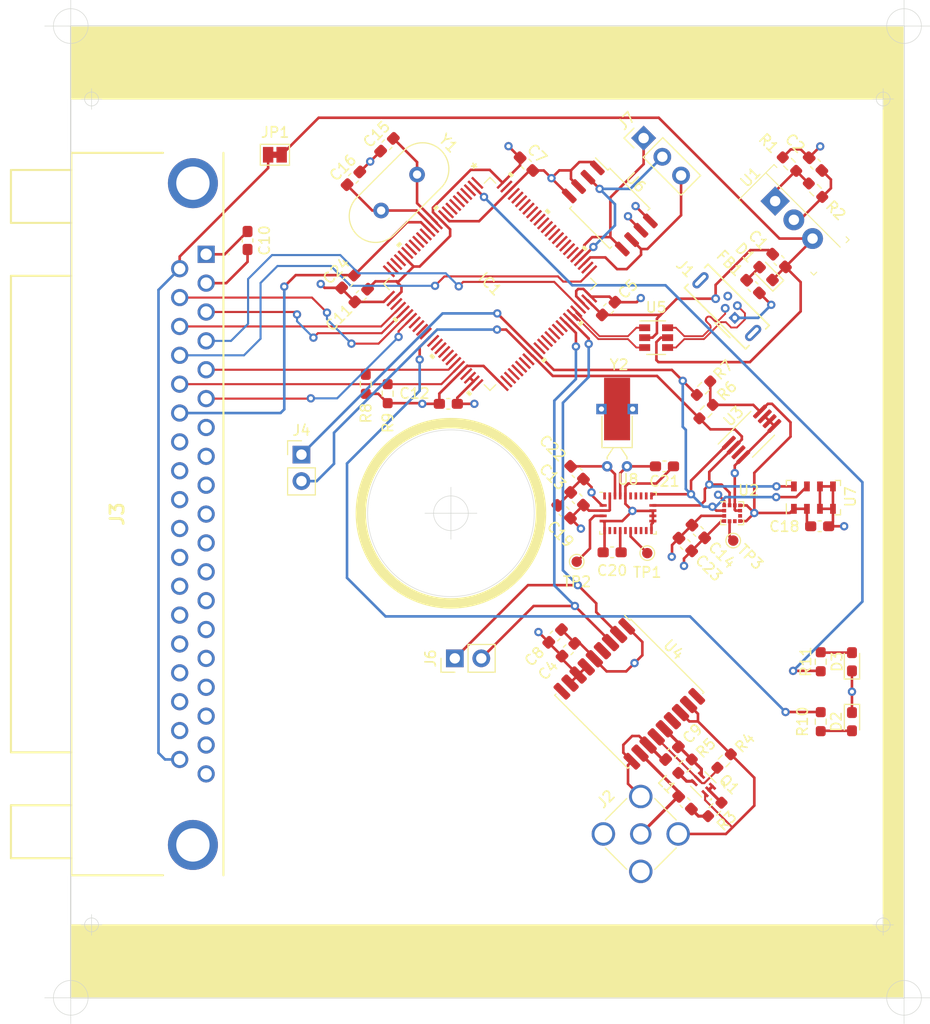
<source format=kicad_pcb>
(kicad_pcb (version 20171130) (host pcbnew "(5.1.12)-1")
  (layers (0 F.Cu signal) (1 GND.Cu power) (2 3.3V.Cu power) (31 B.Cu signal) (34 B.Paste user) (35 F.Paste user) (36 B.SilkS user) (37 F.SilkS user) (38 B.Mask user) (39 F.Mask user) (44 Edge.Cuts user))
  (net 0 "")
  (net 1 +5V)
  (net 2 GND)
  (net 3 +3V3)
  (net 4 /MAX-8Q/GPS_VCC_RF)
  (net 5 "Net-(C15-Pad1)")
  (net 6 "Net-(C16-Pad1)")
  (net 7 "Net-(C20-Pad2)")
  (net 8 "Net-(C21-Pad2)")
  (net 9 "Net-(C22-Pad2)")
  (net 10 /NRST)
  (net 11 "Net-(D1-Pad2)")
  (net 12 "Net-(D2-Pad2)")
  (net 13 "Net-(D3-Pad2)")
  (net 14 "Net-(FB1-Pad2)")
  (net 15 "/USB Connector and ESD/USB_CONN_D-")
  (net 16 "/USB Connector and ESD/USB_CONN_D+")
  (net 17 /MAX-8Q/GPS_ANT_NET)
  (net 18 /SPI2_MISO)
  (net 19 /SWDIO)
  (net 20 /EXT_SCL)
  (net 21 /I2C_ALERT)
  (net 22 /SPI2_MOSI)
  (net 23 /SWCLK)
  (net 24 /EXT_SDA)
  (net 25 "Net-(L1-Pad1)")
  (net 26 "Net-(Q1-Pad2)")
  (net 27 /MAX-8Q/GPS_LNA_EN)
  (net 28 "Net-(Q1-Pad6)")
  (net 29 "Net-(R1-Pad1)")
  (net 30 /I2C1_SCL)
  (net 31 /I2C1_SDA)
  (net 32 /BNO055/~BNO055_RESET)
  (net 33 /BNO055/~BNO055_BTL)
  (net 34 /KX134-1211/KX134_INT1)
  (net 35 /USART1_TX)
  (net 36 /USART1_RX)
  (net 37 /SPI1_SCK)
  (net 38 /SPI1_MISO)
  (net 39 /SPI1_MOSI)
  (net 40 /SPI2_SCK)
  (net 41 "Net-(IC1-Pad2)")
  (net 42 "Net-(IC1-Pad37)")
  (net 43 /USB_D-)
  (net 44 /USB_D+)
  (net 45 "/37 Pin DSUB Bus/Dsub_5v")
  (module STM32L562VET6Q:STM32L562VET6Q (layer F.Cu) (at 120.25 76.475 315)
    (fp_text reference IC1 (at 0 0 135) (layer F.SilkS))
    (fp_text value STM32L562VET6Q hide)
    (fp_text user * (at -9.0932 -6.631 135) (layer F.SilkS))
    (fp_text user * (at -9.0932 -6.631 135) (layer F.SilkS))
    (pad 1 smd rect (at -7.7216 -6.000001 45) (size 0.2286 1.4732) (layers F.Cu F.Paste F.Mask))
    (pad 2 smd rect (at -7.7216 -5.499999 45) (size 0.2286 1.4732) (layers F.Cu F.Paste F.Mask) (net 41 "Net-(IC1-Pad2)"))
    (pad 3 smd rect (at -7.7216 -5 45) (size 0.2286 1.4732) (layers F.Cu F.Paste F.Mask))
    (pad 4 smd rect (at -7.7216 -4.500001 45) (size 0.2286 1.4732) (layers F.Cu F.Paste F.Mask))
    (pad 5 smd rect (at -7.7216 -4 45) (size 0.2286 1.4732) (layers F.Cu F.Paste F.Mask))
    (pad 6 smd rect (at -7.7216 -3.500001 45) (size 0.2286 1.4732) (layers F.Cu F.Paste F.Mask))
    (pad 7 smd rect (at -7.7216 -2.999999 45) (size 0.2286 1.4732) (layers F.Cu F.Paste F.Mask))
    (pad 8 smd rect (at -7.7216 -2.5 45) (size 0.2286 1.4732) (layers F.Cu F.Paste F.Mask))
    (pad 9 smd rect (at -7.7216 -2.000001 45) (size 0.2286 1.4732) (layers F.Cu F.Paste F.Mask))
    (pad 10 smd rect (at -7.7216 -1.5 45) (size 0.2286 1.4732) (layers F.Cu F.Paste F.Mask) (net 2 GND))
    (pad 11 smd rect (at -7.7216 -1.000001 45) (size 0.2286 1.4732) (layers F.Cu F.Paste F.Mask) (net 3 +3V3))
    (pad 12 smd rect (at -7.7216 -0.500002 45) (size 0.2286 1.4732) (layers F.Cu F.Paste F.Mask) (net 5 "Net-(C15-Pad1)"))
    (pad 13 smd rect (at -7.7216 0 45) (size 0.2286 1.4732) (layers F.Cu F.Paste F.Mask) (net 6 "Net-(C16-Pad1)"))
    (pad 14 smd rect (at -7.7216 0.499999 45) (size 0.2286 1.4732) (layers F.Cu F.Paste F.Mask) (net 10 /NRST))
    (pad 15 smd rect (at -7.7216 1.000001 45) (size 0.2286 1.4732) (layers F.Cu F.Paste F.Mask))
    (pad 16 smd rect (at -7.7216 1.5 45) (size 0.2286 1.4732) (layers F.Cu F.Paste F.Mask))
    (pad 17 smd rect (at -7.7216 1.999999 45) (size 0.2286 1.4732) (layers F.Cu F.Paste F.Mask))
    (pad 18 smd rect (at -7.7216 2.5 45) (size 0.2286 1.4732) (layers F.Cu F.Paste F.Mask))
    (pad 19 smd rect (at -7.7216 2.999999 45) (size 0.2286 1.4732) (layers F.Cu F.Paste F.Mask))
    (pad 20 smd rect (at -7.7216 3.500001 45) (size 0.2286 1.4732) (layers F.Cu F.Paste F.Mask))
    (pad 21 smd rect (at -7.7216 4 45) (size 0.2286 1.4732) (layers F.Cu F.Paste F.Mask) (net 3 +3V3))
    (pad 22 smd rect (at -7.7216 4.499999 45) (size 0.2286 1.4732) (layers F.Cu F.Paste F.Mask))
    (pad 23 smd rect (at -7.7216 5 45) (size 0.2286 1.4732) (layers F.Cu F.Paste F.Mask))
    (pad 24 smd rect (at -7.7216 5.499999 45) (size 0.2286 1.4732) (layers F.Cu F.Paste F.Mask))
    (pad 25 smd rect (at -7.7216 6.000001 45) (size 0.2286 1.4732) (layers F.Cu F.Paste F.Mask))
    (pad 26 smd rect (at -6.000001 7.7216 315) (size 0.2286 1.4732) (layers F.Cu F.Paste F.Mask) (net 2 GND))
    (pad 27 smd rect (at -5.499999 7.7216 315) (size 0.2286 1.4732) (layers F.Cu F.Paste F.Mask) (net 3 +3V3))
    (pad 28 smd rect (at -5 7.7216 315) (size 0.2286 1.4732) (layers F.Cu F.Paste F.Mask))
    (pad 29 smd rect (at -4.500001 7.7216 315) (size 0.2286 1.4732) (layers F.Cu F.Paste F.Mask) (net 40 /SPI2_SCK))
    (pad 30 smd rect (at -4 7.7216 315) (size 0.2286 1.4732) (layers F.Cu F.Paste F.Mask) (net 18 /SPI2_MISO))
    (pad 31 smd rect (at -3.500001 7.7216 315) (size 0.2286 1.4732) (layers F.Cu F.Paste F.Mask) (net 22 /SPI2_MOSI))
    (pad 32 smd rect (at -2.999999 7.7216 315) (size 0.2286 1.4732) (layers F.Cu F.Paste F.Mask) (net 21 /I2C_ALERT))
    (pad 33 smd rect (at -2.5 7.7216 315) (size 0.2286 1.4732) (layers F.Cu F.Paste F.Mask))
    (pad 34 smd rect (at -2.000001 7.7216 315) (size 0.2286 1.4732) (layers F.Cu F.Paste F.Mask))
    (pad 35 smd rect (at -1.5 7.7216 315) (size 0.2286 1.4732) (layers F.Cu F.Paste F.Mask))
    (pad 36 smd rect (at -1.000001 7.7216 315) (size 0.2286 1.4732) (layers F.Cu F.Paste F.Mask))
    (pad 37 smd rect (at -0.499999 7.7216 315) (size 0.2286 1.4732) (layers F.Cu F.Paste F.Mask) (net 42 "Net-(IC1-Pad37)"))
    (pad 38 smd rect (at 0 7.7216 315) (size 0.2286 1.4732) (layers F.Cu F.Paste F.Mask))
    (pad 39 smd rect (at 0.499999 7.7216 315) (size 0.2286 1.4732) (layers F.Cu F.Paste F.Mask))
    (pad 40 smd rect (at 1.000001 7.7216 315) (size 0.2286 1.4732) (layers F.Cu F.Paste F.Mask))
    (pad 41 smd rect (at 1.5 7.7216 315) (size 0.2286 1.4732) (layers F.Cu F.Paste F.Mask))
    (pad 42 smd rect (at 2.000001 7.7216 315) (size 0.2286 1.4732) (layers F.Cu F.Paste F.Mask))
    (pad 43 smd rect (at 2.5 7.7216 315) (size 0.2286 1.4732) (layers F.Cu F.Paste F.Mask))
    (pad 44 smd rect (at 2.999999 7.7216 315) (size 0.2286 1.4732) (layers F.Cu F.Paste F.Mask) (net 20 /EXT_SCL))
    (pad 45 smd rect (at 3.500001 7.7216 315) (size 0.2286 1.4732) (layers F.Cu F.Paste F.Mask) (net 24 /EXT_SDA))
    (pad 46 smd rect (at 4 7.7216 315) (size 0.2286 1.4732) (layers F.Cu F.Paste F.Mask) (net 3 +3V3))
    (pad 47 smd rect (at 4.500001 7.7216 315) (size 0.2286 1.4732) (layers F.Cu F.Paste F.Mask))
    (pad 48 smd rect (at 5 7.7216 315) (size 0.2286 1.4732) (layers F.Cu F.Paste F.Mask) (net 2 GND))
    (pad 49 smd rect (at 5.499999 7.7216 315) (size 0.2286 1.4732) (layers F.Cu F.Paste F.Mask) (net 2 GND))
    (pad 50 smd rect (at 6.000001 7.7216 315) (size 0.2286 1.4732) (layers F.Cu F.Paste F.Mask))
    (pad 51 smd rect (at 7.7216 6.000001 45) (size 0.2286 1.4732) (layers F.Cu F.Paste F.Mask) (net 3 +3V3))
    (pad 52 smd rect (at 7.7216 5.499999 45) (size 0.2286 1.4732) (layers F.Cu F.Paste F.Mask))
    (pad 53 smd rect (at 7.7216 5 45) (size 0.2286 1.4732) (layers F.Cu F.Paste F.Mask))
    (pad 54 smd rect (at 7.7216 4.500001 45) (size 0.2286 1.4732) (layers F.Cu F.Paste F.Mask))
    (pad 55 smd rect (at 7.7216 4 45) (size 0.2286 1.4732) (layers F.Cu F.Paste F.Mask))
    (pad 56 smd rect (at 7.7216 3.500001 45) (size 0.2286 1.4732) (layers F.Cu F.Paste F.Mask))
    (pad 57 smd rect (at 7.7216 2.999999 45) (size 0.2286 1.4732) (layers F.Cu F.Paste F.Mask))
    (pad 58 smd rect (at 7.7216 2.5 45) (size 0.2286 1.4732) (layers F.Cu F.Paste F.Mask))
    (pad 59 smd rect (at 7.7216 2.000001 45) (size 0.2286 1.4732) (layers F.Cu F.Paste F.Mask) (net 30 /I2C1_SCL))
    (pad 60 smd rect (at 7.7216 1.5 45) (size 0.2286 1.4732) (layers F.Cu F.Paste F.Mask) (net 31 /I2C1_SDA))
    (pad 61 smd rect (at 7.7216 1.000001 45) (size 0.2286 1.4732) (layers F.Cu F.Paste F.Mask))
    (pad 62 smd rect (at 7.7216 0.499999 45) (size 0.2286 1.4732) (layers F.Cu F.Paste F.Mask))
    (pad 63 smd rect (at 7.7216 0 45) (size 0.2286 1.4732) (layers F.Cu F.Paste F.Mask))
    (pad 64 smd rect (at 7.7216 -0.499999 45) (size 0.2286 1.4732) (layers F.Cu F.Paste F.Mask))
    (pad 65 smd rect (at 7.7216 -1.000001 45) (size 0.2286 1.4732) (layers F.Cu F.Paste F.Mask))
    (pad 66 smd rect (at 7.7216 -1.5 45) (size 0.2286 1.4732) (layers F.Cu F.Paste F.Mask))
    (pad 67 smd rect (at 7.7216 -2.000001 45) (size 0.2286 1.4732) (layers F.Cu F.Paste F.Mask))
    (pad 68 smd rect (at 7.7216 -2.5 45) (size 0.2286 1.4732) (layers F.Cu F.Paste F.Mask) (net 35 /USART1_TX))
    (pad 69 smd rect (at 7.7216 -2.999999 45) (size 0.2286 1.4732) (layers F.Cu F.Paste F.Mask) (net 36 /USART1_RX))
    (pad 70 smd rect (at 7.7216 -3.500001 45) (size 0.2286 1.4732) (layers F.Cu F.Paste F.Mask) (net 43 /USB_D-))
    (pad 71 smd rect (at 7.7216 -4 45) (size 0.2286 1.4732) (layers F.Cu F.Paste F.Mask) (net 44 /USB_D+))
    (pad 72 smd rect (at 7.7216 -4.500001 45) (size 0.2286 1.4732) (layers F.Cu F.Paste F.Mask) (net 19 /SWDIO))
    (pad 73 smd rect (at 7.7216 -5 45) (size 0.2286 1.4732) (layers F.Cu F.Paste F.Mask) (net 3 +3V3))
    (pad 74 smd rect (at 7.7216 -5.499999 45) (size 0.2286 1.4732) (layers F.Cu F.Paste F.Mask) (net 2 GND))
    (pad 75 smd rect (at 7.7216 -6.000001 45) (size 0.2286 1.4732) (layers F.Cu F.Paste F.Mask) (net 3 +3V3))
    (pad 76 smd rect (at 6.000001 -7.7216 315) (size 0.2286 1.4732) (layers F.Cu F.Paste F.Mask) (net 23 /SWCLK))
    (pad 77 smd rect (at 5.499999 -7.7216 315) (size 0.2286 1.4732) (layers F.Cu F.Paste F.Mask))
    (pad 78 smd rect (at 5 -7.7216 315) (size 0.2286 1.4732) (layers F.Cu F.Paste F.Mask) (net 37 /SPI1_SCK))
    (pad 79 smd rect (at 4.500001 -7.7216 315) (size 0.2286 1.4732) (layers F.Cu F.Paste F.Mask) (net 38 /SPI1_MISO))
    (pad 80 smd rect (at 4 -7.7216 315) (size 0.2286 1.4732) (layers F.Cu F.Paste F.Mask) (net 39 /SPI1_MOSI))
    (pad 81 smd rect (at 3.500001 -7.7216 315) (size 0.2286 1.4732) (layers F.Cu F.Paste F.Mask))
    (pad 82 smd rect (at 2.999999 -7.7216 315) (size 0.2286 1.4732) (layers F.Cu F.Paste F.Mask))
    (pad 83 smd rect (at 2.5 -7.7216 315) (size 0.2286 1.4732) (layers F.Cu F.Paste F.Mask))
    (pad 84 smd rect (at 2.000001 -7.7216 315) (size 0.2286 1.4732) (layers F.Cu F.Paste F.Mask))
    (pad 85 smd rect (at 1.5 -7.7216 315) (size 0.2286 1.4732) (layers F.Cu F.Paste F.Mask))
    (pad 86 smd rect (at 1.000001 -7.7216 315) (size 0.2286 1.4732) (layers F.Cu F.Paste F.Mask))
    (pad 87 smd rect (at 0.499999 -7.7216 315) (size 0.2286 1.4732) (layers F.Cu F.Paste F.Mask))
    (pad 88 smd rect (at 0 -7.7216 315) (size 0.2286 1.4732) (layers F.Cu F.Paste F.Mask))
    (pad 89 smd rect (at -0.499999 -7.7216 315) (size 0.2286 1.4732) (layers F.Cu F.Paste F.Mask))
    (pad 90 smd rect (at -1.000001 -7.7216 315) (size 0.2286 1.4732) (layers F.Cu F.Paste F.Mask))
    (pad 91 smd rect (at -1.5 -7.7216 315) (size 0.2286 1.4732) (layers F.Cu F.Paste F.Mask))
    (pad 92 smd rect (at -2.000001 -7.7216 315) (size 0.2286 1.4732) (layers F.Cu F.Paste F.Mask))
    (pad 93 smd rect (at -2.5 -7.7216 315) (size 0.2286 1.4732) (layers F.Cu F.Paste F.Mask))
    (pad 94 smd rect (at -2.999999 -7.7216 315) (size 0.2286 1.4732) (layers F.Cu F.Paste F.Mask))
    (pad 95 smd rect (at -3.500001 -7.7216 315) (size 0.2286 1.4732) (layers F.Cu F.Paste F.Mask))
    (pad 96 smd rect (at -4 -7.7216 315) (size 0.2286 1.4732) (layers F.Cu F.Paste F.Mask))
    (pad 97 smd rect (at -4.500001 -7.7216 315) (size 0.2286 1.4732) (layers F.Cu F.Paste F.Mask))
    (pad 98 smd rect (at -5 -7.7216 315) (size 0.2286 1.4732) (layers F.Cu F.Paste F.Mask) (net 2 GND))
    (pad 99 smd rect (at -5.499999 -7.7216 315) (size 0.2286 1.4732) (layers F.Cu F.Paste F.Mask))
    (pad 100 smd rect (at -6.000001 -7.7216 315) (size 0.2286 1.4732) (layers F.Cu F.Paste F.Mask) (net 3 +3V3))
  )
  (module SC-89:SC-89 (layer F.Cu) (at 140.725 124.5 135)
    (fp_text reference Q1 (at -1.767767 1.767767 135) (layer F.SilkS))
    (fp_text value SI1040X-T1-GE3 hide)
    (pad 1 smd rect (at -0.7493 -0.499999 135) (size 0.8128 0.254) (layers F.Cu F.Paste F.Mask) (net 2 GND))
    (pad 2 smd rect (at -0.7493 0 135) (size 0.8128 0.254) (layers F.Cu F.Paste F.Mask) (net 26 "Net-(Q1-Pad2)"))
    (pad 3 smd rect (at -0.7493 0.499999 135) (size 0.8128 0.254) (layers F.Cu F.Paste F.Mask) (net 26 "Net-(Q1-Pad2)"))
    (pad 4 smd rect (at 0.7493 0.499999 135) (size 0.8128 0.254) (layers F.Cu F.Paste F.Mask) (net 4 /MAX-8Q/GPS_VCC_RF))
    (pad 5 smd rect (at 0.7493 0 135) (size 0.8128 0.254) (layers F.Cu F.Paste F.Mask) (net 27 /MAX-8Q/GPS_LNA_EN))
    (pad 6 smd rect (at 0.7493 -0.499999 135) (size 0.8128 0.254) (layers F.Cu F.Paste F.Mask) (net 28 "Net-(Q1-Pad6)"))
  )
  (module Connector_Coaxial:SMA_Amphenol_132134-11_Vertical (layer F.Cu) (at 134.725 129.25 45)
    (fp_text reference J2 (at 0 -4.75 45) (layer F.SilkS))
    (fp_text value Conn_Coaxial)
    (pad 1 thru_hole circle (at 0 0 45) (size 2.05 2.05) (drill 1.5) (layers *.Cu *.Mask) (net 17 /MAX-8Q/GPS_ANT_NET))
    (pad 2 thru_hole circle (at 2.54 2.54 45) (size 2.25 2.25) (drill 1.7) (layers *.Cu *.Mask) (net 2 GND))
    (pad 2 thru_hole circle (at 2.54 -2.54 45) (size 2.25 2.25) (drill 1.7) (layers *.Cu *.Mask) (net 2 GND))
    (pad 2 thru_hole circle (at -2.54 -2.54 45) (size 2.25 2.25) (drill 1.7) (layers *.Cu *.Mask) (net 2 GND))
    (pad 2 thru_hole circle (at -2.54 2.54 45) (size 2.25 2.25) (drill 1.7) (layers *.Cu *.Mask) (net 2 GND))
  )
  (module digikey-footprints:TO-220-3 (layer F.Cu) (at 147.625 68.525 315)
    (fp_text reference U1 (at -3.305724 0.053033 45) (layer F.SilkS))
    (fp_text value LM317T)
    (pad 1 thru_hole rect (at 0 0 315) (size 2 2) (drill 1) (layers *.Cu *.Mask) (net 29 "Net-(R1-Pad1)"))
    (pad 2 thru_hole circle (at 2.54 0 315) (size 2 2) (drill 1) (layers *.Cu *.Mask) (net 3 +3V3))
    (pad 3 thru_hole circle (at 5.08 0 315) (size 2 2) (drill 1) (layers *.Cu *.Mask) (net 1 +5V))
  )
  (module Package_TO_SOT_SMD:SOT-23-6 (layer F.Cu) (at 136.2 81.625)
    (fp_text reference U5 (at 0 -2.9) (layer F.SilkS))
    (fp_text value USBLC6-2SC6)
    (pad 1 smd rect (at -1.1 -0.95) (size 1.06 0.65) (layers F.Cu F.Paste F.Mask) (net 44 /USB_D+))
    (pad 2 smd rect (at -1.1 0) (size 1.06 0.65) (layers F.Cu F.Paste F.Mask) (net 2 GND))
    (pad 3 smd rect (at -1.1 0.95) (size 1.06 0.65) (layers F.Cu F.Paste F.Mask) (net 43 /USB_D-))
    (pad 4 smd rect (at 1.1 0.95) (size 1.06 0.65) (layers F.Cu F.Paste F.Mask) (net 15 "/USB Connector and ESD/USB_CONN_D-"))
    (pad 6 smd rect (at 1.1 -0.95) (size 1.06 0.65) (layers F.Cu F.Paste F.Mask) (net 16 "/USB Connector and ESD/USB_CONN_D+"))
    (pad 5 smd rect (at 1.1 0) (size 1.06 0.65) (layers F.Cu F.Paste F.Mask) (net 1 +5V))
  )
  (module Package_SO:MSOP-8_3x3mm_P0.65mm (layer F.Cu) (at 145.366808 90.904334 45)
    (fp_text reference U3 (at 0 -2.45 45) (layer F.SilkS))
    (fp_text value MCP9808_MSOP hide)
    (pad 1 smd roundrect (at -2.1125 -0.975 45) (size 1.625 0.4) (layers F.Cu F.Paste F.Mask) (net 31 /I2C1_SDA))
    (pad 2 smd roundrect (at -2.1125 -0.325 45) (size 1.625 0.4) (layers F.Cu F.Paste F.Mask) (net 30 /I2C1_SCL))
    (pad 3 smd roundrect (at -2.1125 0.325 45) (size 1.625 0.4) (layers F.Cu F.Paste F.Mask))
    (pad 4 smd roundrect (at -2.1125 0.975 45) (size 1.625 0.4) (layers F.Cu F.Paste F.Mask) (net 2 GND))
    (pad 5 smd roundrect (at 2.1125 0.975 45) (size 1.625 0.4) (layers F.Cu F.Paste F.Mask) (net 2 GND))
    (pad 6 smd roundrect (at 2.1125 0.325 45) (size 1.625 0.4) (layers F.Cu F.Paste F.Mask) (net 2 GND))
    (pad 7 smd roundrect (at 2.1125 -0.325 45) (size 1.625 0.4) (layers F.Cu F.Paste F.Mask) (net 2 GND))
    (pad 8 smd roundrect (at 2.1125 -0.975 45) (size 1.625 0.4) (layers F.Cu F.Paste F.Mask) (net 3 +3V3))
  )
  (module RF_GPS:ublox_MAX (layer F.Cu) (at 133.625 115.8 315)
    (fp_text reference U4 (at 0 -6 135) (layer F.SilkS))
    (fp_text value MAX-8Q)
    (pad 1 smd roundrect (at -4.75 -4.4 315) (size 1.8 0.7) (layers F.Cu F.Paste F.Mask) (net 2 GND))
    (pad 2 smd roundrect (at -4.75 -3.3 315) (size 1.8 0.8) (layers F.Cu F.Paste F.Mask) (net 36 /USART1_RX))
    (pad 3 smd roundrect (at -4.75 -2.2 315) (size 1.8 0.8) (layers F.Cu F.Paste F.Mask) (net 35 /USART1_TX))
    (pad 4 smd roundrect (at -4.75 -1.1 315) (size 1.8 0.8) (layers F.Cu F.Paste F.Mask))
    (pad 5 smd roundrect (at -4.75 0 315) (size 1.8 0.8) (layers F.Cu F.Paste F.Mask) (net 2 GND))
    (pad 6 smd roundrect (at -4.75 1.1 315) (size 1.8 0.8) (layers F.Cu F.Paste F.Mask) (net 3 +3V3))
    (pad 7 smd roundrect (at -4.75 2.2 315) (size 1.8 0.8) (layers F.Cu F.Paste F.Mask) (net 3 +3V3))
    (pad 8 smd roundrect (at -4.75 3.3 315) (size 1.8 0.8) (layers F.Cu F.Paste F.Mask) (net 3 +3V3))
    (pad 9 smd roundrect (at -4.75 4.4 315) (size 1.8 0.7) (layers F.Cu F.Paste F.Mask))
    (pad 10 smd roundrect (at 4.75 4.4 315) (size 1.8 0.7) (layers F.Cu F.Paste F.Mask) (net 2 GND))
    (pad 11 smd roundrect (at 4.75 3.3 315) (size 1.8 0.8) (layers F.Cu F.Paste F.Mask) (net 17 /MAX-8Q/GPS_ANT_NET))
    (pad 12 smd roundrect (at 4.75 2.2 315) (size 1.8 0.8) (layers F.Cu F.Paste F.Mask) (net 2 GND))
    (pad 13 smd roundrect (at 4.75 1.1 315) (size 1.8 0.8) (layers F.Cu F.Paste F.Mask) (net 27 /MAX-8Q/GPS_LNA_EN))
    (pad 14 smd roundrect (at 4.75 0 315) (size 1.8 0.8) (layers F.Cu F.Paste F.Mask) (net 4 /MAX-8Q/GPS_VCC_RF))
    (pad 15 smd roundrect (at 4.75 -1.1 315) (size 1.8 0.8) (layers F.Cu F.Paste F.Mask))
    (pad 16 smd roundrect (at 4.75 -2.2 315) (size 1.8 0.8) (layers F.Cu F.Paste F.Mask) (net 2 GND))
    (pad 17 smd roundrect (at 4.75 -3.3 315) (size 1.8 0.8) (layers F.Cu F.Paste F.Mask) (net 2 GND))
    (pad 18 smd roundrect (at 4.75 -4.4 315) (size 1.8 0.7) (layers F.Cu F.Paste F.Mask))
  )
  (module Package_SO:SOIC-8_5.23x5.23mm_P1.27mm (layer F.Cu) (at 131.75 69.225 315)
    (fp_text reference U6 (at 0 -3.535534 135) (layer F.SilkS))
    (fp_text value W25Q32JVSS)
    (pad 1 smd roundrect (at -3.6 -1.905 315) (size 1.6 0.6) (layers F.Cu F.Paste F.Mask) (net 2 GND))
    (pad 2 smd roundrect (at -3.6 -0.635 315) (size 1.6 0.6) (layers F.Cu F.Paste F.Mask) (net 38 /SPI1_MISO))
    (pad 3 smd roundrect (at -3.6 0.635 315) (size 1.6 0.6) (layers F.Cu F.Paste F.Mask) (net 2 GND))
    (pad 4 smd roundrect (at -3.6 1.905 315) (size 1.6 0.6) (layers F.Cu F.Paste F.Mask) (net 2 GND))
    (pad 5 smd roundrect (at 3.6 1.905 315) (size 1.6 0.6) (layers F.Cu F.Paste F.Mask) (net 39 /SPI1_MOSI))
    (pad 6 smd roundrect (at 3.6 0.635 315) (size 1.6 0.6) (layers F.Cu F.Paste F.Mask) (net 37 /SPI1_SCK))
    (pad 7 smd roundrect (at 3.6 -0.635 315) (size 1.6 0.6) (layers F.Cu F.Paste F.Mask) (net 2 GND))
    (pad 8 smd roundrect (at 3.6 -1.905 315) (size 1.6 0.6) (layers F.Cu F.Paste F.Mask) (net 3 +3V3))
  )
  (module Package_LGA:LGA-8_3x5mm_P1.25mm (layer F.Cu) (at 151.3 96.975 90)
    (fp_text reference U7 (at 0.088388 3.553212 90) (layer F.SilkS))
    (fp_text value MS5607-02BA hide)
    (pad 5 smd rect (at 1.075 1.875 90) (size 0.95 0.55) (layers F.Cu F.Paste F.Mask) (net 2 GND))
    (pad 6 smd rect (at 1.075 0.625 90) (size 0.95 0.55) (layers F.Cu F.Paste F.Mask) (net 2 GND))
    (pad 7 smd rect (at 1.075 -0.625 90) (size 0.95 0.55) (layers F.Cu F.Paste F.Mask) (net 31 /I2C1_SDA))
    (pad 8 smd rect (at 1.075 -1.875 90) (size 0.95 0.55) (layers F.Cu F.Paste F.Mask) (net 30 /I2C1_SCL))
    (pad 3 smd rect (at -1.075 0.625 90) (size 0.95 0.55) (layers F.Cu F.Paste F.Mask) (net 2 GND))
    (pad 2 smd rect (at -1.075 -0.625 90) (size 0.95 0.55) (layers F.Cu F.Paste F.Mask) (net 3 +3V3))
    (pad 1 smd rect (at -1.075 -1.875 90) (size 0.95 0.55) (layers F.Cu F.Paste F.Mask) (net 3 +3V3))
    (pad 4 smd rect (at -1.075 1.875 90) (size 0.95 0.55) (layers F.Cu F.Paste F.Mask) (net 2 GND))
  )
  (module Package_LGA:LGA-28_5.2x3.8mm_P0.5mm (layer F.Cu) (at 133.5 98.475)
    (fp_text reference U8 (at 0 -3.25) (layer F.SilkS))
    (fp_text value BNO055)
    (pad 19 smd rect (at 2.3875 -0.75 90) (size 0.254 0.675) (layers F.Cu F.Paste F.Mask) (net 30 /I2C1_SCL))
    (pad 6 smd rect (at -2.25 1.6625) (size 0.254 0.675) (layers F.Cu F.Paste F.Mask) (net 2 GND))
    (pad 2 smd rect (at -2.3875 -0.75 90) (size 0.254 0.675) (layers F.Cu F.Paste F.Mask) (net 2 GND))
    (pad 1 smd rect (at -2.25 -1.6625) (size 0.254 0.675) (layers F.Cu F.Paste F.Mask))
    (pad 3 smd rect (at -2.3875 -0.25 90) (size 0.254 0.675) (layers F.Cu F.Paste F.Mask) (net 3 +3V3))
    (pad 4 smd rect (at -2.3875 0.25 90) (size 0.254 0.675) (layers F.Cu F.Paste F.Mask) (net 33 /BNO055/~BNO055_BTL))
    (pad 5 smd rect (at -2.3875 0.75 90) (size 0.254 0.675) (layers F.Cu F.Paste F.Mask) (net 2 GND))
    (pad 28 smd rect (at -1.75 -1.6625) (size 0.254 0.675) (layers F.Cu F.Paste F.Mask) (net 3 +3V3))
    (pad 27 smd rect (at -1.25 -1.6625) (size 0.254 0.675) (layers F.Cu F.Paste F.Mask) (net 9 "Net-(C22-Pad2)"))
    (pad 26 smd rect (at -0.75 -1.6625) (size 0.254 0.675) (layers F.Cu F.Paste F.Mask) (net 8 "Net-(C21-Pad2)"))
    (pad 25 smd rect (at -0.25 -1.6625) (size 0.254 0.675) (layers F.Cu F.Paste F.Mask) (net 2 GND))
    (pad 24 smd rect (at 0.25 -1.6625) (size 0.254 0.675) (layers F.Cu F.Paste F.Mask))
    (pad 23 smd rect (at 0.75 -1.6625) (size 0.254 0.675) (layers F.Cu F.Paste F.Mask))
    (pad 22 smd rect (at 1.25 -1.6625) (size 0.254 0.675) (layers F.Cu F.Paste F.Mask))
    (pad 21 smd rect (at 1.75 -1.6625) (size 0.254 0.675) (layers F.Cu F.Paste F.Mask))
    (pad 20 smd rect (at 2.25 -1.6625) (size 0.254 0.675) (layers F.Cu F.Paste F.Mask) (net 31 /I2C1_SDA))
    (pad 7 smd rect (at -1.75 1.6625) (size 0.254 0.675) (layers F.Cu F.Paste F.Mask))
    (pad 8 smd rect (at -1.25 1.6625) (size 0.254 0.675) (layers F.Cu F.Paste F.Mask))
    (pad 9 smd rect (at -0.75 1.6625) (size 0.254 0.675) (layers F.Cu F.Paste F.Mask) (net 7 "Net-(C20-Pad2)"))
    (pad 10 smd rect (at -0.25 1.6625) (size 0.254 0.675) (layers F.Cu F.Paste F.Mask))
    (pad 11 smd rect (at 0.25 1.6625) (size 0.254 0.675) (layers F.Cu F.Paste F.Mask) (net 32 /BNO055/~BNO055_RESET))
    (pad 12 smd rect (at 0.75 1.6625) (size 0.254 0.675) (layers F.Cu F.Paste F.Mask))
    (pad 13 smd rect (at 1.25 1.6625) (size 0.254 0.675) (layers F.Cu F.Paste F.Mask))
    (pad 14 smd rect (at 1.75 1.6625) (size 0.254 0.675) (layers F.Cu F.Paste F.Mask))
    (pad 15 smd rect (at 2.25 1.6625) (size 0.254 0.675) (layers F.Cu F.Paste F.Mask) (net 2 GND))
    (pad 18 smd rect (at 2.3875 -0.25 90) (size 0.254 0.675) (layers F.Cu F.Paste F.Mask) (net 2 GND))
    (pad 17 smd rect (at 2.3875 0.25 90) (size 0.254 0.675) (layers F.Cu F.Paste F.Mask) (net 2 GND))
    (pad 16 smd rect (at 2.3875 0.75 90) (size 0.254 0.675) (layers F.Cu F.Paste F.Mask) (net 2 GND))
  )
  (module Package_LGA:LGA-12_2x2mm_P0.5mm (layer F.Cu) (at 143.5 98.475)
    (fp_text reference U2 (at 1.575 -2.2) (layer F.SilkS))
    (fp_text value KX134-1211)
    (pad 2 smd rect (at -0.7625 -0.25) (size 0.375 0.35) (layers F.Cu F.Paste F.Mask) (net 31 /I2C1_SDA))
    (pad 3 smd rect (at -0.7625 0.25) (size 0.375 0.35) (layers F.Cu F.Paste F.Mask) (net 3 +3V3))
    (pad 9 smd rect (at 0.7625 -0.25) (size 0.375 0.35) (layers F.Cu F.Paste F.Mask) (net 2 GND))
    (pad 8 smd rect (at 0.7625 0.25) (size 0.375 0.35) (layers F.Cu F.Paste F.Mask))
    (pad 4 smd rect (at -0.7625 0.75) (size 0.375 0.35) (layers F.Cu F.Paste F.Mask) (net 2 GND))
    (pad 7 smd rect (at 0.7625 0.75) (size 0.375 0.35) (layers F.Cu F.Paste F.Mask) (net 3 +3V3))
    (pad 1 smd rect (at -0.7625 -0.75) (size 0.375 0.35) (layers F.Cu F.Paste F.Mask) (net 2 GND))
    (pad 10 smd rect (at 0.7625 -0.75) (size 0.375 0.35) (layers F.Cu F.Paste F.Mask) (net 3 +3V3))
    (pad 5 smd rect (at -0.25 0.7625 90) (size 0.375 0.35) (layers F.Cu F.Paste F.Mask) (net 34 /KX134-1211/KX134_INT1))
    (pad 6 smd rect (at 0.25 0.7625 90) (size 0.375 0.35) (layers F.Cu F.Paste F.Mask))
    (pad 11 smd rect (at 0.25 -0.7625 90) (size 0.375 0.35) (layers F.Cu F.Paste F.Mask) (net 2 GND))
    (pad 12 smd rect (at -0.25 -0.7625 90) (size 0.375 0.35) (layers F.Cu F.Paste F.Mask) (net 30 /I2C1_SCL))
  )
  (module Crystal:Crystal_HC49-4H_Vertical (layer F.Cu) (at 113.25 65.975 225)
    (fp_text reference Y1 (at -4.242641 0 135) (layer F.SilkS))
    (fp_text value 32MHz)
    (pad 1 thru_hole circle (at 0 0 225) (size 1.5 1.5) (drill 0.8) (layers *.Cu *.Mask) (net 5 "Net-(C15-Pad1)"))
    (pad 2 thru_hole circle (at 4.88 0 225) (size 1.5 1.5) (drill 0.8) (layers *.Cu *.Mask) (net 6 "Net-(C16-Pad1)"))
  )
  (module Crystal:Crystal_DS26_D2.0mm_L6.0mm_Horizontal_1EP_style2 (layer F.Cu) (at 133.4 93.975 180)
    (fp_text reference Y2 (at 0.75 9.75 180) (layer F.SilkS))
    (fp_text value 32.768kHz)
    (pad 1 thru_hole circle (at 0 0 180) (size 1 1) (drill 0.5) (layers *.Cu *.Mask) (net 8 "Net-(C21-Pad2)"))
    (pad 2 thru_hole circle (at 1.9 0 180) (size 1 1) (drill 0.5) (layers *.Cu *.Mask) (net 9 "Net-(C22-Pad2)"))
    (pad 3 smd rect (at 0.95 5.5 180) (size 2.5 6) (layers F.Cu F.Paste F.Mask))
    (pad 3 thru_hole rect (at -0.55 5.5 180) (size 1 1) (drill 0.5) (layers *.Cu *.Mask))
    (pad 3 thru_hole rect (at 2.45 5.5 180) (size 1 1) (drill 0.5) (layers *.Cu *.Mask))
  )
  (module Capacitor_SMD:C_0603_1608Metric_Pad1.08x0.95mm_HandSolder (layer F.Cu) (at 148 74.225 135)
    (fp_text reference C1 (at 2.828427 0 135) (layer F.SilkS))
    (fp_text value 0.1uF)
    (pad 1 smd roundrect (at -0.8625 0 135) (size 1.075 0.95) (layers F.Cu F.Paste F.Mask) (net 1 +5V))
    (pad 2 smd roundrect (at 0.8625 0 135) (size 1.075 0.95) (layers F.Cu F.Paste F.Mask) (net 2 GND))
  )
  (module Capacitor_SMD:C_0603_1608Metric_Pad1.08x0.95mm_HandSolder (layer F.Cu) (at 151.5 64.975 135)
    (fp_text reference C2 (at 2.810749 0.017678 135) (layer F.SilkS))
    (fp_text value 1uF)
    (pad 2 smd roundrect (at 0.8625 0 135) (size 1.075 0.95) (layers F.Cu F.Paste F.Mask) (net 2 GND))
    (pad 1 smd roundrect (at -0.8625 0 135) (size 1.075 0.95) (layers F.Cu F.Paste F.Mask) (net 3 +3V3))
  )
  (module Capacitor_SMD:C_0603_1608Metric_Pad1.08x0.95mm_HandSolder (layer F.Cu) (at 127.775 111.575 45)
    (fp_text reference C4 (at -2.775 0.025 45) (layer F.SilkS))
    (fp_text value 1uF)
    (pad 2 smd roundrect (at 0.8625 0 45) (size 1.075 0.95) (layers F.Cu F.Paste F.Mask) (net 2 GND))
    (pad 1 smd roundrect (at -0.8625 0 45) (size 1.075 0.95) (layers F.Cu F.Paste F.Mask) (net 3 +3V3))
  )
  (module Capacitor_SMD:C_0603_1608Metric_Pad1.08x0.95mm_HandSolder (layer F.Cu) (at 131.64012 78.83488 225)
    (fp_text reference C5 (at -2.630268 0 45) (layer F.SilkS))
    (fp_text value 100nF)
    (pad 1 smd roundrect (at -0.8625 0 225) (size 1.075 0.95) (layers F.Cu F.Paste F.Mask) (net 3 +3V3))
    (pad 2 smd roundrect (at 0.8625 0 225) (size 1.075 0.95) (layers F.Cu F.Paste F.Mask) (net 2 GND))
  )
  (module Capacitor_SMD:C_0603_1608Metric_Pad1.08x0.95mm_HandSolder (layer F.Cu) (at 123.75 64.975 315)
    (fp_text reference C7 (at 0 -1.43 135) (layer F.SilkS))
    (fp_text value 100nF)
    (pad 2 smd roundrect (at 0.8625 0 315) (size 1.075 0.95) (layers F.Cu F.Paste F.Mask) (net 2 GND))
    (pad 1 smd roundrect (at -0.8625 0 315) (size 1.075 0.95) (layers F.Cu F.Paste F.Mask) (net 3 +3V3))
  )
  (module Capacitor_SMD:C_0603_1608Metric_Pad1.08x0.95mm_HandSolder (layer F.Cu) (at 126.5 110.25 45)
    (fp_text reference C8 (at -2.8 0 45) (layer F.SilkS))
    (fp_text value 100nF)
    (pad 1 smd roundrect (at -0.8625 0 45) (size 1.075 0.95) (layers F.Cu F.Paste F.Mask) (net 3 +3V3))
    (pad 2 smd roundrect (at 0.8625 0 45) (size 1.075 0.95) (layers F.Cu F.Paste F.Mask) (net 2 GND))
  )
  (module Capacitor_SMD:C_0603_1608Metric_Pad1.08x0.95mm_HandSolder (layer F.Cu) (at 137.725 121.5 225)
    (fp_text reference C9 (at -2.707964 -0.077697 45) (layer F.SilkS))
    (fp_text value 1nF)
    (pad 2 smd roundrect (at 0.8625 0 225) (size 1.075 0.95) (layers F.Cu F.Paste F.Mask) (net 2 GND))
    (pad 1 smd roundrect (at -0.8625 0 225) (size 1.075 0.95) (layers F.Cu F.Paste F.Mask) (net 4 /MAX-8Q/GPS_VCC_RF))
  )
  (module Capacitor_SMD:C_0603_1608Metric_Pad1.08x0.95mm_HandSolder (layer F.Cu) (at 96.975 72.3 90)
    (fp_text reference C10 (at 0 1.625 90) (layer F.SilkS))
    (fp_text value 1uF)
    (pad 2 smd roundrect (at 0.8625 0 90) (size 1.075 0.95) (layers F.Cu F.Paste F.Mask) (net 2 GND))
    (pad 1 smd roundrect (at -0.8625 0 90) (size 1.075 0.95) (layers F.Cu F.Paste F.Mask) (net 3 +3V3))
  )
  (module Capacitor_SMD:C_0603_1608Metric_Pad1.08x0.95mm_HandSolder (layer F.Cu) (at 107.89012 77.58488 225)
    (fp_text reference C11 (at 3.026587 0 45) (layer F.SilkS))
    (fp_text value 100nF)
    (pad 2 smd roundrect (at 0.8625 0 225) (size 1.075 0.95) (layers F.Cu F.Paste F.Mask) (net 2 GND))
    (pad 1 smd roundrect (at -0.8625 0 225) (size 1.075 0.95) (layers F.Cu F.Paste F.Mask) (net 3 +3V3))
  )
  (module Capacitor_SMD:C_0603_1608Metric_Pad1.08x0.95mm_HandSolder (layer F.Cu) (at 116.25 87.975)
    (fp_text reference C12 (at -3.25 -1) (layer F.SilkS))
    (fp_text value 100nF)
    (pad 1 smd roundrect (at -0.8625 0) (size 1.075 0.95) (layers F.Cu F.Paste F.Mask) (net 3 +3V3))
    (pad 2 smd roundrect (at 0.8625 0) (size 1.075 0.95) (layers F.Cu F.Paste F.Mask) (net 2 GND))
  )
  (module Capacitor_SMD:C_0603_1608Metric_Pad1.08x0.95mm_HandSolder (layer F.Cu) (at 128.60988 97.08488 135)
    (fp_text reference C13 (at 3.160598 -0.176777 135) (layer F.SilkS))
    (fp_text value 100nF)
    (pad 2 smd roundrect (at 0.8625 0 135) (size 1.075 0.95) (layers F.Cu F.Paste F.Mask) (net 2 GND))
    (pad 1 smd roundrect (at -0.8625 0 135) (size 1.075 0.95) (layers F.Cu F.Paste F.Mask) (net 3 +3V3))
  )
  (module Capacitor_SMD:C_0603_1608Metric_Pad1.08x0.95mm_HandSolder (layer F.Cu) (at 140.25 100.225 315)
    (fp_text reference C14 (at 3.181981 0 135) (layer F.SilkS))
    (fp_text value 100nF)
    (pad 1 smd roundrect (at -0.8625 0 315) (size 1.075 0.95) (layers F.Cu F.Paste F.Mask) (net 3 +3V3))
    (pad 2 smd roundrect (at 0.8625 0 315) (size 1.075 0.95) (layers F.Cu F.Paste F.Mask) (net 2 GND))
  )
  (module Capacitor_SMD:C_0603_1608Metric_Pad1.08x0.95mm_HandSolder (layer F.Cu) (at 110.35988 63.11512 225)
    (fp_text reference C15 (at 0 1.414214 45) (layer F.SilkS))
    (fp_text value 30pF)
    (pad 1 smd roundrect (at -0.8625 0 225) (size 1.075 0.95) (layers F.Cu F.Paste F.Mask) (net 5 "Net-(C15-Pad1)"))
    (pad 2 smd roundrect (at 0.8625 0 225) (size 1.075 0.95) (layers F.Cu F.Paste F.Mask) (net 2 GND))
  )
  (module Capacitor_SMD:C_0603_1608Metric_Pad1.08x0.95mm_HandSolder (layer F.Cu) (at 107.14012 66.33488 45)
    (fp_text reference C16 (at 0 -1.43 45) (layer F.SilkS))
    (fp_text value 30pF)
    (pad 2 smd roundrect (at 0.8625 0 45) (size 1.075 0.95) (layers F.Cu F.Paste F.Mask) (net 2 GND))
    (pad 1 smd roundrect (at -0.8625 0 45) (size 1.075 0.95) (layers F.Cu F.Paste F.Mask) (net 6 "Net-(C16-Pad1)"))
  )
  (module Capacitor_SMD:C_0603_1608Metric_Pad1.08x0.95mm_HandSolder (layer F.Cu) (at 151.9 99.725)
    (fp_text reference C18 (at -3.3875 0.025) (layer F.SilkS))
    (fp_text value 100nF)
    (pad 1 smd roundrect (at -0.8625 0) (size 1.075 0.95) (layers F.Cu F.Paste F.Mask) (net 3 +3V3))
    (pad 2 smd roundrect (at 0.8625 0) (size 1.075 0.95) (layers F.Cu F.Paste F.Mask) (net 2 GND))
  )
  (module Capacitor_SMD:C_0603_1608Metric_Pad1.08x0.95mm_HandSolder (layer F.Cu) (at 127.35988 98.33488 315)
    (fp_text reference C19 (at 1.25882 1.767767 135) (layer F.SilkS))
    (fp_text value 0.1uF)
    (pad 2 smd roundrect (at 0.8625 0 315) (size 1.075 0.95) (layers F.Cu F.Paste F.Mask) (net 3 +3V3))
    (pad 1 smd roundrect (at -0.8625 0 315) (size 1.075 0.95) (layers F.Cu F.Paste F.Mask) (net 2 GND))
  )
  (module Capacitor_SMD:C_0603_1608Metric_Pad1.08x0.95mm_HandSolder (layer F.Cu) (at 131.975 102.225)
    (fp_text reference C20 (at 0 1.75) (layer F.SilkS))
    (fp_text value 0.1uF)
    (pad 1 smd roundrect (at -0.8625 0) (size 1.075 0.95) (layers F.Cu F.Paste F.Mask) (net 2 GND))
    (pad 2 smd roundrect (at 0.8625 0) (size 1.075 0.95) (layers F.Cu F.Paste F.Mask) (net 7 "Net-(C20-Pad2)"))
  )
  (module Capacitor_SMD:C_0603_1608Metric_Pad1.08x0.95mm_HandSolder (layer F.Cu) (at 137 93.975 180)
    (fp_text reference C21 (at 0 -1.43) (layer F.SilkS))
    (fp_text value 0.1uF)
    (pad 1 smd roundrect (at -0.8625 0 180) (size 1.075 0.95) (layers F.Cu F.Paste F.Mask) (net 2 GND))
    (pad 2 smd roundrect (at 0.8625 0 180) (size 1.075 0.95) (layers F.Cu F.Paste F.Mask) (net 8 "Net-(C21-Pad2)"))
  )
  (module Capacitor_SMD:C_0603_1608Metric_Pad1.08x0.95mm_HandSolder (layer F.Cu) (at 128.60988 94.58488 135)
    (fp_text reference C22 (at 3.337374 0 135) (layer F.SilkS))
    (fp_text value 0.1uF)
    (pad 2 smd roundrect (at 0.8625 0 135) (size 1.075 0.95) (layers F.Cu F.Paste F.Mask) (net 9 "Net-(C22-Pad2)"))
    (pad 1 smd roundrect (at -0.8625 0 135) (size 1.075 0.95) (layers F.Cu F.Paste F.Mask) (net 2 GND))
  )
  (module Capacitor_SMD:C_0603_1608Metric_Pad1.08x0.95mm_HandSolder (layer F.Cu) (at 139 101.475 135)
    (fp_text reference C23 (at -3.181981 0 135) (layer F.SilkS))
    (fp_text value 0.1uF)
    (pad 2 smd roundrect (at 0.8625 0 135) (size 1.075 0.95) (layers F.Cu F.Paste F.Mask) (net 3 +3V3))
    (pad 1 smd roundrect (at -0.8625 0 135) (size 1.075 0.95) (layers F.Cu F.Paste F.Mask) (net 2 GND))
  )
  (module Capacitor_SMD:C_0603_1608Metric_Pad1.08x0.95mm_HandSolder (layer F.Cu) (at 106.61512 76.23488 225)
    (fp_text reference C24 (at 0.074416 1.502602 45) (layer F.SilkS))
    (fp_text value 100nF)
    (pad 1 smd roundrect (at -0.8625 0 225) (size 1.075 0.95) (layers F.Cu F.Paste F.Mask) (net 10 /NRST))
    (pad 2 smd roundrect (at 0.8625 0 225) (size 1.075 0.95) (layers F.Cu F.Paste F.Mask) (net 2 GND))
  )
  (module Diode_SMD:D_0603_1608Metric_Pad1.05x0.95mm_HandSolder (layer F.Cu) (at 146.75 75.475 135)
    (fp_text reference D1 (at 2.828427 0 135) (layer F.SilkS))
    (fp_text value D_Schottky)
    (pad 1 smd roundrect (at -0.875 0 135) (size 1.05 0.95) (layers F.Cu F.Paste F.Mask) (net 1 +5V))
    (pad 2 smd roundrect (at 0.875 0 135) (size 1.05 0.95) (layers F.Cu F.Paste F.Mask) (net 11 "Net-(D1-Pad2)"))
  )
  (module Diode_SMD:D_0603_1608Metric_Pad1.05x0.95mm_HandSolder (layer F.Cu) (at 155 118.475 270)
    (fp_text reference D2 (at 0 1.5 90) (layer F.SilkS))
    (fp_text value Green)
    (pad 1 smd roundrect (at -0.875 0 270) (size 1.05 0.95) (layers F.Cu F.Paste F.Mask) (net 2 GND))
    (pad 2 smd roundrect (at 0.875 0 270) (size 1.05 0.95) (layers F.Cu F.Paste F.Mask) (net 12 "Net-(D2-Pad2)"))
  )
  (module Diode_SMD:D_0603_1608Metric_Pad1.05x0.95mm_HandSolder (layer F.Cu) (at 155 112.725 90)
    (fp_text reference D3 (at 0 -1.43 90) (layer F.SilkS))
    (fp_text value Red)
    (pad 2 smd roundrect (at 0.875 0 90) (size 1.05 0.95) (layers F.Cu F.Paste F.Mask) (net 13 "Net-(D3-Pad2)"))
    (pad 1 smd roundrect (at -0.875 0 90) (size 1.05 0.95) (layers F.Cu F.Paste F.Mask) (net 2 GND))
  )
  (module Capacitor_SMD:C_0603_1608Metric_Pad1.08x0.95mm_HandSolder (layer F.Cu) (at 145.5 76.725 315)
    (fp_text reference FB1 (at -3.181981 0 135) (layer F.SilkS))
    (fp_text value Ferrite_Bead_Small)
    (pad 1 smd roundrect (at -0.8625 0 315) (size 1.075 0.95) (layers F.Cu F.Paste F.Mask) (net 11 "Net-(D1-Pad2)"))
    (pad 2 smd roundrect (at 0.8625 0 315) (size 1.075 0.95) (layers F.Cu F.Paste F.Mask) (net 14 "Net-(FB1-Pad2)"))
  )
  (module Connector_USB:USB_Micro-B_Wuerth_614105150721_Vertical (layer F.Cu) (at 143.75 79.725 135)
    (fp_text reference J1 (at 6.717514 0 135) (layer F.SilkS))
    (fp_text value 10118192-0001LF)
    (pad 1 thru_hole rect (at 0 0 135) (size 0.84 0.84) (drill 0.44) (layers *.Cu *.Mask) (net 14 "Net-(FB1-Pad2)"))
    (pad 2 thru_hole circle (at 0.65 1 135) (size 0.84 0.84) (drill 0.44) (layers *.Cu *.Mask) (net 15 "/USB Connector and ESD/USB_CONN_D-"))
    (pad 3 thru_hole circle (at 1.3 0 135) (size 0.84 0.84) (drill 0.44) (layers *.Cu *.Mask) (net 16 "/USB Connector and ESD/USB_CONN_D+"))
    (pad 4 thru_hole circle (at 1.95 1 135) (size 0.84 0.84) (drill 0.44) (layers *.Cu *.Mask))
    (pad 5 thru_hole circle (at 2.6 0 135) (size 0.84 0.84) (drill 0.44) (layers *.Cu *.Mask) (net 2 GND))
    (pad 6 thru_hole oval (at -2.275 0.22 135) (size 0.85 1.85) (drill oval 0.35 1.35) (layers *.Cu *.Mask))
    (pad 6 thru_hole oval (at 4.875 0.22 135) (size 0.85 1.85) (drill oval 0.35 1.35) (layers *.Cu *.Mask))
  )
  (module Connector_PinHeader_2.54mm:PinHeader_1x02_P2.54mm_Vertical (layer F.Cu) (at 102.15 92.85)
    (fp_text reference J4 (at 0 -2.33) (layer F.SilkS))
    (fp_text value "I2C1 Debug")
    (pad 1 thru_hole rect (at 0 0) (size 1.7 1.7) (drill 1) (layers *.Cu *.Mask) (net 31 /I2C1_SDA))
    (pad 2 thru_hole oval (at 0 2.54) (size 1.7 1.7) (drill 1) (layers *.Cu *.Mask) (net 30 /I2C1_SCL))
  )
  (module Connector_PinHeader_2.54mm:PinHeader_1x02_P2.54mm_Vertical (layer F.Cu) (at 116.875 112.4 90)
    (fp_text reference J6 (at 0 -2.33 90) (layer F.SilkS))
    (fp_text value "UART Debug")
    (pad 2 thru_hole oval (at 0 2.54 90) (size 1.7 1.7) (drill 1) (layers *.Cu *.Mask) (net 35 /USART1_TX))
    (pad 1 thru_hole rect (at 0 0 90) (size 1.7 1.7) (drill 1) (layers *.Cu *.Mask) (net 36 /USART1_RX))
  )
  (module Connector_PinHeader_2.54mm:PinHeader_1x03_P2.54mm_Vertical (layer F.Cu) (at 135 62.475 45)
    (fp_text reference J7 (at 0 -2.33 45) (layer F.SilkS))
    (fp_text value "SPI 1 Debug")
    (pad 1 thru_hole rect (at 0 0 45) (size 1.7 1.7) (drill 1) (layers *.Cu *.Mask) (net 39 /SPI1_MOSI))
    (pad 2 thru_hole oval (at 0 2.54 45) (size 1.7 1.7) (drill 1) (layers *.Cu *.Mask) (net 38 /SPI1_MISO))
    (pad 3 thru_hole oval (at 0 5.08 45) (size 1.7 1.7) (drill 1) (layers *.Cu *.Mask) (net 37 /SPI1_SCK))
  )
  (module Jumper:SolderJumper-2_P1.3mm_Bridged_Pad1.0x1.5mm (layer F.Cu) (at 99.6 64.075 180)
    (fp_text reference JP1 (at -0.025 2.15) (layer F.SilkS))
    (fp_text value "5V Disconnect")
    (fp_poly (pts (xy -0.25 -0.3) (xy 0.25 -0.3) (xy 0.25 0.3) (xy -0.25 0.3)) (layer F.Cu) (width 0))
    (pad 1 smd rect (at -0.65 0 180) (size 1 1.5) (layers F.Cu F.Mask) (net 1 +5V))
    (pad 2 smd rect (at 0.65 0 180) (size 1 1.5) (layers F.Cu F.Mask) (net 45 "/37 Pin DSUB Bus/Dsub_5v"))
  )
  (module Capacitor_SMD:C_0603_1608Metric_Pad1.08x0.95mm_HandSolder (layer F.Cu) (at 138.975 126.25 135)
    (fp_text reference L1 (at 2.474874 0 135) (layer F.SilkS))
    (fp_text value 27nH)
    (pad 1 smd roundrect (at -0.8625 0 135) (size 1.075 0.95) (layers F.Cu F.Paste F.Mask) (net 25 "Net-(L1-Pad1)"))
    (pad 2 smd roundrect (at 0.8625 0 135) (size 1.075 0.95) (layers F.Cu F.Paste F.Mask) (net 17 /MAX-8Q/GPS_ANT_NET))
  )
  (module Resistor_SMD:R_0603_1608Metric_Pad0.98x0.95mm_HandSolder (layer F.Cu) (at 149 64.975 135)
    (fp_text reference R1 (at 2.828427 0 135) (layer F.SilkS))
    (fp_text value 390)
    (pad 1 smd roundrect (at -0.9125 0 135) (size 0.975 0.95) (layers F.Cu F.Paste F.Mask) (net 29 "Net-(R1-Pad1)"))
    (pad 2 smd roundrect (at 0.9125 0 135) (size 0.975 0.95) (layers F.Cu F.Paste F.Mask) (net 2 GND))
  )
  (module Resistor_SMD:R_0603_1608Metric_Pad0.98x0.95mm_HandSolder (layer F.Cu) (at 151.5 67.475 135)
    (fp_text reference R2 (at -2.75 0 135) (layer F.SilkS))
    (fp_text value 240)
    (pad 2 smd roundrect (at 0.9125 0 135) (size 0.975 0.95) (layers F.Cu F.Paste F.Mask) (net 29 "Net-(R1-Pad1)"))
    (pad 1 smd roundrect (at -0.9125 0 135) (size 0.975 0.95) (layers F.Cu F.Paste F.Mask) (net 3 +3V3))
  )
  (module Resistor_SMD:R_0603_1608Metric_Pad0.98x0.95mm_HandSolder (layer F.Cu) (at 141.829765 126.895235 225)
    (fp_text reference R3 (at -0.028617 -1.59099 45) (layer F.SilkS))
    (fp_text value 10k)
    (pad 1 smd roundrect (at -0.9125 0 225) (size 0.975 0.95) (layers F.Cu F.Paste F.Mask) (net 26 "Net-(Q1-Pad2)"))
    (pad 2 smd roundrect (at 0.9125 0 225) (size 0.975 0.95) (layers F.Cu F.Paste F.Mask) (net 25 "Net-(L1-Pad1)"))
  )
  (module Resistor_SMD:R_0603_1608Metric_Pad0.98x0.95mm_HandSolder (layer F.Cu) (at 142.725 122.25 45)
    (fp_text reference R4 (at 2.65165 0.176777 45) (layer F.SilkS))
    (fp_text value 10k)
    (pad 1 smd roundrect (at -0.9125 0 45) (size 0.975 0.95) (layers F.Cu F.Paste F.Mask) (net 27 /MAX-8Q/GPS_LNA_EN))
    (pad 2 smd roundrect (at 0.9125 0 45) (size 0.975 0.95) (layers F.Cu F.Paste F.Mask) (net 2 GND))
  )
  (module Resistor_SMD:R_0603_1608Metric_Pad0.98x0.95mm_HandSolder (layer F.Cu) (at 138.975 122.75 45)
    (fp_text reference R5 (at 2.65165 0.176777 45) (layer F.SilkS))
    (fp_text value 100k)
    (pad 2 smd roundrect (at 0.9125 0 45) (size 0.975 0.95) (layers F.Cu F.Paste F.Mask) (net 4 /MAX-8Q/GPS_VCC_RF))
    (pad 1 smd roundrect (at -0.9125 0 45) (size 0.975 0.95) (layers F.Cu F.Paste F.Mask) (net 28 "Net-(Q1-Pad6)"))
  )
  (module Resistor_SMD:R_0603_1608Metric_Pad0.98x0.95mm_HandSolder (layer F.Cu) (at 141 88.725 45)
    (fp_text reference R6 (at 2.828427 0 45) (layer F.SilkS))
    (fp_text value 4.7K)
    (pad 2 smd roundrect (at 0.9125 0 45) (size 0.975 0.95) (layers F.Cu F.Paste F.Mask) (net 3 +3V3))
    (pad 1 smd roundrect (at -0.9125 0 45) (size 0.975 0.95) (layers F.Cu F.Paste F.Mask) (net 30 /I2C1_SCL))
  )
  (module Resistor_SMD:R_0603_1608Metric_Pad0.98x0.95mm_HandSolder (layer F.Cu) (at 140.75 86.475 45)
    (fp_text reference R7 (at 2.58094 0.106066 45) (layer F.SilkS))
    (fp_text value 4.7K)
    (pad 1 smd roundrect (at -0.9125 0 45) (size 0.975 0.95) (layers F.Cu F.Paste F.Mask) (net 31 /I2C1_SDA))
    (pad 2 smd roundrect (at 0.9125 0 45) (size 0.975 0.95) (layers F.Cu F.Paste F.Mask) (net 3 +3V3))
  )
  (module Resistor_SMD:R_0603_1608Metric_Pad0.98x0.95mm_HandSolder (layer F.Cu) (at 108.325 86.1 270)
    (fp_text reference R8 (at 2.775 -0.025 90) (layer F.SilkS))
    (fp_text value DNP)
    (pad 2 smd roundrect (at 0.9125 0 270) (size 0.975 0.95) (layers F.Cu F.Paste F.Mask) (net 3 +3V3))
    (pad 1 smd roundrect (at -0.9125 0 270) (size 0.975 0.95) (layers F.Cu F.Paste F.Mask) (net 20 /EXT_SCL))
  )
  (module Resistor_SMD:R_0603_1608Metric_Pad0.98x0.95mm_HandSolder (layer F.Cu) (at 110.425 87 270)
    (fp_text reference R9 (at 2.8 -0.025 90) (layer F.SilkS))
    (fp_text value DNP)
    (pad 1 smd roundrect (at -0.9125 0 270) (size 0.975 0.95) (layers F.Cu F.Paste F.Mask) (net 24 /EXT_SDA))
    (pad 2 smd roundrect (at 0.9125 0 270) (size 0.975 0.95) (layers F.Cu F.Paste F.Mask) (net 3 +3V3))
  )
  (module Resistor_SMD:R_0603_1608Metric_Pad0.98x0.95mm_HandSolder (layer F.Cu) (at 152 118.475 270)
    (fp_text reference R10 (at 0 1.75 90) (layer F.SilkS))
    (fp_text value 80)
    (pad 2 smd roundrect (at 0.9125 0 270) (size 0.975 0.95) (layers F.Cu F.Paste F.Mask) (net 12 "Net-(D2-Pad2)"))
    (pad 1 smd roundrect (at -0.9125 0 270) (size 0.975 0.95) (layers F.Cu F.Paste F.Mask) (net 42 "Net-(IC1-Pad37)"))
  )
  (module Resistor_SMD:R_0603_1608Metric_Pad0.98x0.95mm_HandSolder (layer F.Cu) (at 152 112.725 90)
    (fp_text reference R11 (at 0 -1.43 90) (layer F.SilkS))
    (fp_text value 80)
    (pad 1 smd roundrect (at -0.9125 0 90) (size 0.975 0.95) (layers F.Cu F.Paste F.Mask) (net 41 "Net-(IC1-Pad2)"))
    (pad 2 smd roundrect (at 0.9125 0 90) (size 0.975 0.95) (layers F.Cu F.Paste F.Mask) (net 13 "Net-(D3-Pad2)"))
  )
  (module RDT_Custom_Footprints:L717SDC37P1ACH4F (layer F.Cu) (at 93 73.625 270)
    (fp_text reference J3 (at 24.93 8.54 90) (layer F.SilkS) (effects (font (size 1.27 1.27) (thickness 0.254))))
    (fp_text value L717SDC37P1ACH4F hide)
    (pad 1 thru_hole rect (at 0 0 270) (size 1.65 1.65) (drill 1.1) (layers *.Cu *.Mask) (net 2 GND))
    (pad 2 thru_hole circle (at 2.77 0 270) (size 1.65 1.65) (drill 1.1) (layers *.Cu *.Mask) (net 3 +3V3))
    (pad 3 thru_hole circle (at 5.54 0 270) (size 1.65 1.65) (drill 1.1) (layers *.Cu *.Mask) (net 18 /SPI2_MISO))
    (pad 4 thru_hole circle (at 8.31 0 270) (size 1.65 1.65) (drill 1.1) (layers *.Cu *.Mask) (net 19 /SWDIO))
    (pad 5 thru_hole circle (at 11.08 0 270) (size 1.65 1.65) (drill 1.1) (layers *.Cu *.Mask) (net 20 /EXT_SCL))
    (pad 6 thru_hole circle (at 13.85 0 270) (size 1.65 1.65) (drill 1.1) (layers *.Cu *.Mask) (net 21 /I2C_ALERT))
    (pad 7 thru_hole circle (at 16.62 0 270) (size 1.65 1.65) (drill 1.1) (layers *.Cu *.Mask))
    (pad 8 thru_hole circle (at 19.39 0 270) (size 1.65 1.65) (drill 1.1) (layers *.Cu *.Mask))
    (pad 9 thru_hole circle (at 22.16 0 270) (size 1.65 1.65) (drill 1.1) (layers *.Cu *.Mask))
    (pad 10 thru_hole circle (at 24.93 0 270) (size 1.65 1.65) (drill 1.1) (layers *.Cu *.Mask))
    (pad 11 thru_hole circle (at 27.7 0 270) (size 1.65 1.65) (drill 1.1) (layers *.Cu *.Mask))
    (pad 12 thru_hole circle (at 30.47 0 270) (size 1.65 1.65) (drill 1.1) (layers *.Cu *.Mask))
    (pad 13 thru_hole circle (at 33.24 0 270) (size 1.65 1.65) (drill 1.1) (layers *.Cu *.Mask))
    (pad 14 thru_hole circle (at 36.01 0 270) (size 1.65 1.65) (drill 1.1) (layers *.Cu *.Mask))
    (pad 15 thru_hole circle (at 38.78 0 270) (size 1.65 1.65) (drill 1.1) (layers *.Cu *.Mask))
    (pad 16 thru_hole circle (at 41.55 0 270) (size 1.65 1.65) (drill 1.1) (layers *.Cu *.Mask))
    (pad 17 thru_hole circle (at 44.32 0 270) (size 1.65 1.65) (drill 1.1) (layers *.Cu *.Mask))
    (pad 18 thru_hole circle (at 47.09 0 270) (size 1.65 1.65) (drill 1.1) (layers *.Cu *.Mask) (net 3 +3V3))
    (pad 19 thru_hole circle (at 49.86 0 270) (size 1.65 1.65) (drill 1.1) (layers *.Cu *.Mask) (net 2 GND))
    (pad 20 thru_hole circle (at 1.385 2.54 270) (size 1.65 1.65) (drill 1.1) (layers *.Cu *.Mask) (net 45 "/37 Pin DSUB Bus/Dsub_5v"))
    (pad 21 thru_hole circle (at 4.155 2.54 270) (size 1.65 1.65) (drill 1.1) (layers *.Cu *.Mask) (net 22 /SPI2_MOSI))
    (pad 22 thru_hole circle (at 6.925 2.54 270) (size 1.65 1.65) (drill 1.1) (layers *.Cu *.Mask) (net 40 /SPI2_SCK))
    (pad 23 thru_hole circle (at 9.695 2.54 270) (size 1.65 1.65) (drill 1.1) (layers *.Cu *.Mask) (net 23 /SWCLK))
    (pad 24 thru_hole circle (at 12.465 2.54 270) (size 1.65 1.65) (drill 1.1) (layers *.Cu *.Mask) (net 24 /EXT_SDA))
    (pad 25 thru_hole circle (at 15.235 2.54 270) (size 1.65 1.65) (drill 1.1) (layers *.Cu *.Mask) (net 10 /NRST))
    (pad 26 thru_hole circle (at 18.005 2.54 270) (size 1.65 1.65) (drill 1.1) (layers *.Cu *.Mask))
    (pad 27 thru_hole circle (at 20.775 2.54 270) (size 1.65 1.65) (drill 1.1) (layers *.Cu *.Mask))
    (pad 28 thru_hole circle (at 23.545 2.54 270) (size 1.65 1.65) (drill 1.1) (layers *.Cu *.Mask))
    (pad 29 thru_hole circle (at 26.315 2.54 270) (size 1.65 1.65) (drill 1.1) (layers *.Cu *.Mask))
    (pad 30 thru_hole circle (at 29.085 2.54 270) (size 1.65 1.65) (drill 1.1) (layers *.Cu *.Mask))
    (pad 31 thru_hole circle (at 31.855 2.54 270) (size 1.65 1.65) (drill 1.1) (layers *.Cu *.Mask))
    (pad 32 thru_hole circle (at 34.625 2.54 270) (size 1.65 1.65) (drill 1.1) (layers *.Cu *.Mask))
    (pad 33 thru_hole circle (at 37.395 2.54 270) (size 1.65 1.65) (drill 1.1) (layers *.Cu *.Mask))
    (pad 34 thru_hole circle (at 40.165 2.54 270) (size 1.65 1.65) (drill 1.1) (layers *.Cu *.Mask))
    (pad 35 thru_hole circle (at 42.935 2.54 270) (size 1.65 1.65) (drill 1.1) (layers *.Cu *.Mask))
    (pad 36 thru_hole circle (at 45.705 2.54 270) (size 1.65 1.65) (drill 1.1) (layers *.Cu *.Mask))
    (pad 37 thru_hole circle (at 48.475 2.54 270) (size 1.65 1.65) (drill 1.1) (layers *.Cu *.Mask) (net 45 "/37 Pin DSUB Bus/Dsub_5v"))
    (pad MH1 thru_hole circle (at -6.82 1.27 270) (size 4.8 4.8) (drill 3.2) (layers *.Cu *.Mask) (net 2 GND))
    (pad MH2 thru_hole circle (at 56.68 1.27 270) (size 4.8 4.8) (drill 3.2) (layers *.Cu *.Mask) (net 2 GND))
  )
  (module TestPoint:TestPoint_Pad_D1.0mm (layer F.Cu) (at 135.35 102.3)
    (fp_text reference TP1 (at 0 1.85) (layer F.SilkS))
    (fp_text value "Debug Pad")
    (pad 1 smd circle (at 0 0) (size 1 1) (layers F.Cu F.Mask) (net 32 /BNO055/~BNO055_RESET))
  )
  (module TestPoint:TestPoint_Pad_D1.0mm (layer F.Cu) (at 128.575 103.125)
    (fp_text reference TP2 (at 0.025 1.925) (layer F.SilkS))
    (fp_text value "Debug Pad")
    (pad 1 smd circle (at 0 0) (size 1 1) (layers F.Cu F.Mask) (net 33 /BNO055/~BNO055_BTL))
  )
  (module TestPoint:TestPoint_Pad_D1.0mm (layer F.Cu) (at 143.6 101.1)
    (fp_text reference TP3 (at 1.65 1.575 135) (layer F.SilkS))
    (fp_text value "Debug Pad")
    (pad 1 smd circle (at 0 0) (size 1 1) (layers F.Cu F.Mask) (net 34 /KX134-1211/KX134_INT1))
  )
  (gr_circle (center 116.5 98.475) (end 125.15 98.475) (layer F.SilkS) (width 1))
  (target plus (at 158 58.725) (size 2) (width 0.05) (layer Edge.Cuts))
  (target plus (at 82 58.725) (size 2) (width 0.05) (layer Edge.Cuts))
  (target plus (at 158 137.975) (size 2) (width 0.05) (layer Edge.Cuts))
  (target plus (at 82 137.975) (size 2) (width 0.05) (layer Edge.Cuts))
  (target plus (at 116.5 98.475) (size 5) (width 0.05) (layer Edge.Cuts))
  (gr_poly (pts (xy 160 144.975) (xy 158 144.975) (xy 158 51.725) (xy 160 51.725)) (layer F.SilkS) (width 0.1))
  (gr_poly (pts (xy 160 58.725) (xy 80 58.725) (xy 80 51.725) (xy 160 51.725)) (layer F.SilkS) (width 0.1))
  (gr_poly (pts (xy 160 144.975) (xy 80 144.975) (xy 80 137.975) (xy 160 137.975)) (layer F.SilkS) (width 0.1))
  (gr_line (start 160 51.725) (end 160 144.975) (layer Edge.Cuts) (width 0.1))
  (gr_line (start 80 51.725) (end 160 51.725) (layer Edge.Cuts) (width 0.1))
  (gr_line (start 80 144.975) (end 80 51.725) (layer Edge.Cuts) (width 0.1))
  (gr_line (start 160 144.975) (end 80 144.975) (layer Edge.Cuts) (width 0.1))
  (target plus (at 160 51.725) (size 5) (width 0.05) (layer Edge.Cuts))
  (target plus (at 80 51.725) (size 5) (width 0.05) (layer Edge.Cuts))
  (target plus (at 160 144.975) (size 5) (width 0.05) (layer Edge.Cuts))
  (target plus (at 80 144.975) (size 5) (width 0.05) (layer Edge.Cuts))
  (gr_circle (center 116.5 98.475) (end 124.5 98.475) (layer Edge.Cuts) (width 0.05))
  (via (at 133.5 69.975) (size 0.8) (drill 0.4) (layers F.Cu B.Cu) (net 2))
  (via (at 118.75 87.975) (size 0.8) (drill 0.4) (layers F.Cu B.Cu) (net 2))
  (via (at 113.75 87.975) (size 0.8) (drill 0.4) (layers F.Cu B.Cu) (net 3))
  (via (at 147.75 95.9) (size 0.8) (drill 0.4) (layers F.Cu B.Cu) (net 30))
  (via (at 147.25 78.475) (size 0.8) (drill 0.4) (layers F.Cu B.Cu) (net 14))
  (via (at 108.75 64.725) (size 0.8) (drill 0.4) (layers F.Cu B.Cu) (net 2))
  (segment (start 107.75 65.725) (end 108.75 64.725) (width 0.25) (layer F.Cu) (net 2))
  (segment (start 134.744597 71.321572) (end 134.721572 71.321572) (width 0.25) (layer F.Cu) (net 2))
  (segment (start 130.551454 65.332377) (end 130.551454 65.351454) (width 0.25) (layer F.Cu) (net 2))
  (segment (start 108.75 64.725) (end 109.75 63.725) (width 0.25) (layer F.Cu) (net 2))
  (via (at 142.15 96.7) (size 0.8) (drill 0.4) (layers F.Cu B.Cu) (net 2))
  (segment (start 142.7375 99.225) (end 142.55 99.225) (width 0.25) (layer F.Cu) (net 2))
  (segment (start 142.46976 99.225) (end 140.85988 100.83488) (width 0.25) (layer F.Cu) (net 2))
  (segment (start 142.7375 99.225) (end 142.46976 99.225) (width 0.25) (layer F.Cu) (net 2))
  (segment (start 140.85988 100.83488) (end 139.60988 102.08488) (width 0.25) (layer F.Cu) (net 2))
  (via (at 138.875 103.525) (size 0.8) (drill 0.4) (layers F.Cu B.Cu) (net 2))
  (segment (start 138.875 102.81976) (end 139.60988 102.08488) (width 0.25) (layer F.Cu) (net 2))
  (segment (start 138.875 103.525) (end 138.875 102.81976) (width 0.25) (layer F.Cu) (net 2))
  (segment (start 135.8875 98.225) (end 135.8875 98.725) (width 0.25) (layer F.Cu) (net 2))
  (segment (start 135.8875 98.725) (end 135.8875 99.225) (width 0.25) (layer F.Cu) (net 2))
  (segment (start 135.8875 99.225) (end 135.8875 99.3875) (width 0.25) (layer F.Cu) (net 2))
  (segment (start 135.75 99.525) (end 135.75 100.1375) (width 0.25) (layer F.Cu) (net 2))
  (segment (start 135.8875 99.3875) (end 135.75 99.525) (width 0.25) (layer F.Cu) (net 2))
  (segment (start 129.06048 95.19476) (end 127.89012 96.36512) (width 0.25) (layer F.Cu) (net 2))
  (segment (start 129.21976 95.19476) (end 129.06048 95.19476) (width 0.25) (layer F.Cu) (net 2))
  (via (at 130 96.475) (size 0.8) (drill 0.4) (layers F.Cu B.Cu) (net 2))
  (segment (start 129.21976 95.19476) (end 130 95.975) (width 0.25) (layer F.Cu) (net 2))
  (segment (start 130 95.975) (end 130 96.475) (width 0.25) (layer F.Cu) (net 2))
  (segment (start 131.1125 97.725) (end 131 97.725) (width 0.25) (layer F.Cu) (net 2))
  (segment (start 130 96.725) (end 130 96.475) (width 0.25) (layer F.Cu) (net 2))
  (segment (start 131 97.725) (end 130 96.725) (width 0.25) (layer F.Cu) (net 2))
  (segment (start 128 96.475) (end 126.75 97.725) (width 0.25) (layer F.Cu) (net 2))
  (segment (start 131.25 99.3625) (end 131.1125 99.225) (width 0.25) (layer F.Cu) (net 2))
  (segment (start 131.25 100.1375) (end 131.25 99.3625) (width 0.25) (layer F.Cu) (net 2))
  (via (at 133.925 98.25) (size 0.8) (drill 0.4) (layers F.Cu B.Cu) (net 2))
  (segment (start 133.25 97.575) (end 133.925 98.25) (width 0.25) (layer F.Cu) (net 2))
  (segment (start 133.25 96.8125) (end 133.25 97.575) (width 0.25) (layer F.Cu) (net 2))
  (segment (start 135.8625 98.25) (end 135.8875 98.225) (width 0.25) (layer F.Cu) (net 2))
  (segment (start 133.925 98.25) (end 135.8625 98.25) (width 0.25) (layer F.Cu) (net 2))
  (segment (start 131.25 102.0875) (end 131.1125 102.225) (width 0.25) (layer F.Cu) (net 2))
  (segment (start 131.25 100.1375) (end 131.25 102.0875) (width 0.25) (layer F.Cu) (net 2))
  (segment (start 132.95 99.225) (end 133.925 98.25) (width 0.25) (layer F.Cu) (net 2))
  (segment (start 131.1125 99.225) (end 132.95 99.225) (width 0.25) (layer F.Cu) (net 2))
  (segment (start 133.25 96.8125) (end 133.25 95.9) (width 0.25) (layer F.Cu) (net 2))
  (segment (start 133.25 95.9) (end 133.525 95.625) (width 0.25) (layer F.Cu) (net 2))
  (segment (start 136.2125 95.625) (end 137.8625 93.975) (width 0.25) (layer F.Cu) (net 2))
  (segment (start 133.525 95.625) (end 136.2125 95.625) (width 0.25) (layer F.Cu) (net 2))
  (segment (start 147.368718 76.076042) (end 148.60988 74.83488) (width 0.25) (layer F.Cu) (net 1))
  (segment (start 147.368718 76.093718) (end 147.368718 76.076042) (width 0.25) (layer F.Cu) (net 1))
  (segment (start 150.075 76.3) (end 148.60988 74.83488) (width 0.25) (layer F.Cu) (net 1))
  (segment (start 150.075 79.1) (end 150.075 76.3) (width 0.25) (layer F.Cu) (net 1))
  (segment (start 145.2 83.975) (end 150.075 79.1) (width 0.25) (layer F.Cu) (net 1))
  (segment (start 136.425 83.975) (end 145.2 83.975) (width 0.25) (layer F.Cu) (net 1))
  (segment (start 136.225 82.05) (end 136.225 83.775) (width 0.25) (layer F.Cu) (net 1))
  (segment (start 136.65 81.625) (end 136.225 82.05) (width 0.25) (layer F.Cu) (net 1))
  (segment (start 136.225 83.775) (end 136.425 83.975) (width 0.25) (layer F.Cu) (net 1))
  (segment (start 137.3 81.625) (end 136.65 81.625) (width 0.25) (layer F.Cu) (net 1))
  (segment (start 151.217102 72.227658) (end 151.217102 72.117102) (width 0.25) (layer F.Cu) (net 1))
  (segment (start 148.60988 74.83488) (end 151.217102 72.227658) (width 0.25) (layer F.Cu) (net 1))
  (segment (start 151.217102 72.117102) (end 148.042102 72.117102) (width 0.25) (layer F.Cu) (net 1))
  (segment (start 148.042102 72.117102) (end 136.45 60.525) (width 0.25) (layer F.Cu) (net 1))
  (segment (start 103.8 60.525) (end 100.25 64.075) (width 0.25) (layer F.Cu) (net 1))
  (segment (start 136.45 60.525) (end 103.8 60.525) (width 0.25) (layer F.Cu) (net 1))
  (segment (start 135.1 81.625) (end 135.85 81.625) (width 0.25) (layer F.Cu) (net 2))
  (segment (start 135.85 81.625) (end 136.275 81.2) (width 0.25) (layer F.Cu) (net 2))
  (segment (start 136.275 81.2) (end 136.275 79.8) (width 0.25) (layer F.Cu) (net 2))
  (segment (start 138.188478 77.886522) (end 141.911522 77.886522) (width 0.25) (layer F.Cu) (net 2))
  (segment (start 148.354765 64.329765) (end 149.125 63.55953) (width 0.25) (layer F.Cu) (net 2))
  (segment (start 150.08453 63.55953) (end 150.89012 64.36512) (width 0.25) (layer F.Cu) (net 2))
  (segment (start 149.125 63.55953) (end 150.08453 63.55953) (width 0.25) (layer F.Cu) (net 2))
  (segment (start 143.75 93.9) (end 144.562474 93.087526) (width 0.25) (layer F.Cu) (net 2))
  (segment (start 143.75 97.7125) (end 143.75 94.625) (width 0.25) (layer F.Cu) (net 2))
  (segment (start 144.562474 93.087526) (end 147.55 90.1) (width 0.25) (layer F.Cu) (net 2))
  (segment (start 147.55 90.1) (end 147.090381 89.640381) (width 0.25) (layer F.Cu) (net 2))
  (segment (start 147.090381 89.640381) (end 146.630761 89.180761) (width 0.25) (layer F.Cu) (net 2))
  (segment (start 152.7625 99.725) (end 152.7625 99.7125) (width 0.25) (layer F.Cu) (net 2))
  (segment (start 153.175 99.3) (end 153.175 98.05) (width 0.25) (layer F.Cu) (net 2))
  (segment (start 152.7625 99.7125) (end 153.175 99.3) (width 0.25) (layer F.Cu) (net 2))
  (segment (start 151.925 98.05) (end 153.175 98.05) (width 0.25) (layer F.Cu) (net 2))
  (segment (start 151.925 95.9) (end 153.175 95.9) (width 0.25) (layer F.Cu) (net 2))
  (via (at 154.25 99.725) (size 0.8) (drill 0.4) (layers F.Cu B.Cu) (net 2))
  (segment (start 152.7625 99.725) (end 154.25 99.725) (width 0.25) (layer F.Cu) (net 2))
  (segment (start 151.925 98.05) (end 151.925 95.9) (width 0.25) (layer F.Cu) (net 2))
  (segment (start 153.175 98.05) (end 153.175 95.9) (width 0.25) (layer F.Cu) (net 2))
  (segment (start 142.7375 97.2875) (end 142.15 96.7) (width 0.25) (layer F.Cu) (net 2))
  (segment (start 142.7375 97.725) (end 142.7375 97.2875) (width 0.25) (layer F.Cu) (net 2))
  (segment (start 143.75 98.15) (end 143.75 97.7125) (width 0.25) (layer F.Cu) (net 2))
  (segment (start 143.825 98.225) (end 143.75 98.15) (width 0.25) (layer F.Cu) (net 2))
  (segment (start 144.2625 98.225) (end 143.825 98.225) (width 0.25) (layer F.Cu) (net 2))
  (segment (start 143.75 94.625) (end 143.75 93.9) (width 0.25) (layer F.Cu) (net 2))
  (via (at 143.75 94.625) (size 0.8) (drill 0.4) (layers F.Cu B.Cu) (net 2))
  (segment (start 135.428122 120.714392) (end 135.439392 120.714392) (width 0.29337) (layer F.Cu) (net 2))
  (segment (start 136.83488 122.10988) (end 137.11512 122.10988) (width 0.29337) (layer F.Cu) (net 2))
  (segment (start 135.439392 120.714392) (end 136.83488 122.10988) (width 0.29337) (layer F.Cu) (net 2))
  (segment (start 134.725 125.657898) (end 133.5 124.432898) (width 0.25) (layer F.Cu) (net 2))
  (segment (start 133.5 122.642514) (end 133.872487 122.270027) (width 0.25) (layer F.Cu) (net 2))
  (segment (start 133.5 124.432898) (end 133.5 122.642514) (width 0.25) (layer F.Cu) (net 2))
  (segment (start 134.56373 119.85) (end 135.428122 120.714392) (width 0.25) (layer F.Cu) (net 2))
  (segment (start 133.9 119.85) (end 134.56373 119.85) (width 0.25) (layer F.Cu) (net 2))
  (segment (start 133.05 120.7) (end 133.9 119.85) (width 0.25) (layer F.Cu) (net 2))
  (segment (start 133.05 121.45) (end 133.05 120.7) (width 0.25) (layer F.Cu) (net 2))
  (segment (start 133.870027 122.270027) (end 133.05 121.45) (width 0.25) (layer F.Cu) (net 2))
  (segment (start 133.872487 122.270027) (end 133.870027 122.270027) (width 0.25) (layer F.Cu) (net 2))
  (segment (start 138.317102 129.25) (end 142.9 129.25) (width 0.25) (layer F.Cu) (net 2))
  (segment (start 145.625 123.85953) (end 143.370235 121.604765) (width 0.25) (layer F.Cu) (net 2))
  (segment (start 145.625 126.525) (end 145.625 123.85953) (width 0.25) (layer F.Cu) (net 2))
  (segment (start 143.5625 128.5875) (end 145.625 126.525) (width 0.25) (layer F.Cu) (net 2))
  (segment (start 142.9 129.25) (end 143.5625 128.5875) (width 0.25) (layer F.Cu) (net 2))
  (segment (start 140.901282 125.383388) (end 140.901282 126.001282) (width 0.2) (layer F.Cu) (net 2))
  (segment (start 143.4875 128.5875) (end 143.5625 128.5875) (width 0.2) (layer F.Cu) (net 2))
  (segment (start 140.901282 126.001282) (end 143.4875 128.5875) (width 0.2) (layer F.Cu) (net 2))
  (segment (start 143.370235 121.604765) (end 140.21547 118.45) (width 0.25) (layer F.Cu) (net 2))
  (segment (start 140.21547 117.723565) (end 139.31721 116.825305) (width 0.25) (layer F.Cu) (net 2))
  (segment (start 140.21547 118.45) (end 140.21547 117.723565) (width 0.25) (layer F.Cu) (net 2))
  (segment (start 139.38627 118.45) (end 138.539392 117.603122) (width 0.25) (layer F.Cu) (net 2))
  (segment (start 140.21547 118.45) (end 139.38627 118.45) (width 0.25) (layer F.Cu) (net 2))
  (segment (start 130.266243 112.441243) (end 130.266243 112.466243) (width 0.25) (layer F.Cu) (net 2))
  (segment (start 130.266243 112.466243) (end 131.45 113.65) (width 0.25) (layer F.Cu) (net 2))
  (segment (start 131.45 113.65) (end 133.325 113.65) (width 0.25) (layer F.Cu) (net 2))
  (segment (start 133.325 113.65) (end 134.125 112.85) (width 0.25) (layer F.Cu) (net 2))
  (segment (start 134.875 110.82746) (end 133.377513 109.329973) (width 0.25) (layer F.Cu) (net 2))
  (segment (start 134.875 112.1) (end 134.875 110.82746) (width 0.25) (layer F.Cu) (net 2))
  (segment (start 134.125 112.85) (end 134.875 112.1) (width 0.25) (layer F.Cu) (net 2))
  (via (at 134.125 112.85) (size 0.8) (drill 0.4) (layers F.Cu B.Cu) (net 2))
  (segment (start 130.266243 112.441243) (end 130.266243 112.341243) (width 0.25) (layer F.Cu) (net 2))
  (segment (start 128.89012 110.96512) (end 128.38488 110.96512) (width 0.25) (layer F.Cu) (net 2))
  (segment (start 130.266243 112.341243) (end 128.89012 110.96512) (width 0.25) (layer F.Cu) (net 2))
  (segment (start 128.38488 110.91512) (end 127.10988 109.64012) (width 0.25) (layer F.Cu) (net 2))
  (segment (start 128.38488 110.96512) (end 128.38488 110.91512) (width 0.25) (layer F.Cu) (net 2))
  (segment (start 106.00524 76.91976) (end 107.28024 78.19476) (width 0.25) (layer F.Cu) (net 2))
  (segment (start 106.00524 76.84476) (end 106.00524 76.91976) (width 0.25) (layer F.Cu) (net 2))
  (segment (start 110.044957 78.19476) (end 110.547363 77.692354) (width 0.25) (layer F.Cu) (net 2))
  (segment (start 107.28024 78.19476) (end 110.044957 78.19476) (width 0.25) (layer F.Cu) (net 2))
  (via (at 104 76.475) (size 0.8) (drill 0.4) (layers F.Cu B.Cu) (net 2))
  (segment (start 104.36976 76.84476) (end 104 76.475) (width 0.25) (layer F.Cu) (net 2))
  (segment (start 106.00524 76.84476) (end 104.36976 76.84476) (width 0.25) (layer F.Cu) (net 2))
  (segment (start 141.911522 77.886522) (end 141.911522 76.563478) (width 0.25) (layer F.Cu) (net 2))
  (segment (start 141.911522 76.563478) (end 145.25 73.225) (width 0.25) (layer F.Cu) (net 2))
  (segment (start 147 73.225) (end 147.39012 73.61512) (width 0.25) (layer F.Cu) (net 2))
  (segment (start 145.25 73.225) (end 147 73.225) (width 0.25) (layer F.Cu) (net 2))
  (segment (start 118.325539 85.47053) (end 118.679091 85.824082) (width 0.25) (layer F.Cu) (net 2))
  (segment (start 118.325538 85.47053) (end 118.325539 85.47053) (width 0.25) (layer F.Cu) (net 2))
  (segment (start 117.1125 87.390673) (end 117.1125 87.975) (width 0.25) (layer F.Cu) (net 2))
  (segment (start 118.679091 85.824082) (end 117.1125 87.390673) (width 0.25) (layer F.Cu) (net 2))
  (segment (start 117.1125 87.975) (end 118.75 87.975) (width 0.25) (layer F.Cu) (net 2))
  (segment (start 94.7875 73.625) (end 96.975 71.4375) (width 0.25) (layer F.Cu) (net 2))
  (segment (start 93 73.625) (end 94.7875 73.625) (width 0.25) (layer F.Cu) (net 2))
  (segment (start 133.5 70.076975) (end 134.744597 71.321572) (width 0.25) (layer F.Cu) (net 2))
  (segment (start 133.5 69.975) (end 133.5 70.076975) (width 0.25) (layer F.Cu) (net 2))
  (segment (start 122.174462 67.47947) (end 122.174462 67.475538) (width 0.25) (layer F.Cu) (net 2))
  (segment (start 124.06512 65.58488) (end 124.35988 65.58488) (width 0.25) (layer F.Cu) (net 2))
  (segment (start 122.174462 67.475538) (end 124.06512 65.58488) (width 0.25) (layer F.Cu) (net 2))
  (segment (start 125.415803 65.58488) (end 126.152962 66.322038) (width 0.25) (layer F.Cu) (net 2))
  (segment (start 124.35988 65.58488) (end 125.415803 65.58488) (width 0.25) (layer F.Cu) (net 2))
  (segment (start 126.152962 66.322038) (end 127.857377 68.026454) (width 0.25) (layer F.Cu) (net 2))
  (via (at 126.152962 66.322038) (size 0.8) (drill 0.4) (layers F.Cu B.Cu) (net 2))
  (segment (start 129.631389 78.045909) (end 131.03024 79.44476) (width 0.25) (layer F.Cu) (net 2))
  (segment (start 129.599082 78.045909) (end 129.631389 78.045909) (width 0.25) (layer F.Cu) (net 2))
  (segment (start 136.56976 79.44476) (end 136.6 79.475) (width 0.25) (layer F.Cu) (net 2))
  (segment (start 131.03024 79.44476) (end 136.56976 79.44476) (width 0.25) (layer F.Cu) (net 2))
  (segment (start 136.6 79.475) (end 138.188478 77.886522) (width 0.25) (layer F.Cu) (net 2))
  (segment (start 136.275 79.8) (end 136.6 79.475) (width 0.25) (layer F.Cu) (net 2))
  (segment (start 128.755403 67.128428) (end 128.753428 67.128428) (width 0.25) (layer F.Cu) (net 2))
  (segment (start 128.753428 67.128428) (end 128.025 66.4) (width 0.25) (layer F.Cu) (net 2))
  (segment (start 128.025 66.4) (end 128.025 65.575) (width 0.25) (layer F.Cu) (net 2))
  (segment (start 128.025 65.575) (end 128.825 64.775) (width 0.25) (layer F.Cu) (net 2))
  (segment (start 129.994077 64.775) (end 130.551454 65.332377) (width 0.25) (layer F.Cu) (net 2))
  (segment (start 128.825 64.775) (end 129.994077 64.775) (width 0.25) (layer F.Cu) (net 2))
  (segment (start 126.9 65.575) (end 126.152962 66.322038) (width 0.25) (layer F.Cu) (net 2))
  (segment (start 128.025 65.575) (end 126.9 65.575) (width 0.25) (layer F.Cu) (net 2))
  (segment (start 116.273797 70.377477) (end 116.277477 70.377477) (width 0.25) (layer F.Cu) (net 2))
  (segment (start 115.850664 69.954344) (end 116.273797 70.377477) (width 0.25) (layer F.Cu) (net 2))
  (segment (start 116.277477 70.377477) (end 116.35 70.45) (width 0.25) (layer F.Cu) (net 2))
  (segment (start 119.203932 70.45) (end 122.174462 67.47947) (width 0.25) (layer F.Cu) (net 2))
  (segment (start 116.35 70.45) (end 119.203932 70.45) (width 0.25) (layer F.Cu) (net 2))
  (via (at 155 115.6) (size 0.8) (drill 0.4) (layers F.Cu B.Cu) (net 2))
  (segment (start 155 117.6) (end 155 115.6) (width 0.25) (layer F.Cu) (net 2))
  (segment (start 155 115.6) (end 155 113.6) (width 0.25) (layer F.Cu) (net 2))
  (via (at 151.95 63.275) (size 0.8) (drill 0.4) (layers F.Cu B.Cu) (net 2))
  (segment (start 150.89012 64.33488) (end 151.95 63.275) (width 0.25) (layer F.Cu) (net 2))
  (segment (start 150.89012 64.36512) (end 150.89012 64.33488) (width 0.25) (layer F.Cu) (net 2))
  (via (at 134.725 77.825) (size 0.8) (drill 0.4) (layers F.Cu B.Cu) (net 3))
  (via (at 103.05 87.45) (size 0.8) (drill 0.4) (layers F.Cu B.Cu) (net 21))
  (via (at 104.6 79.225) (size 0.8) (drill 0.4) (layers F.Cu B.Cu) (net 22))
  (via (at 101.725 79.4) (size 0.8) (drill 0.4) (layers F.Cu B.Cu) (net 18))
  (via (at 129.725 82.225) (size 0.8) (drill 0.4) (layers F.Cu B.Cu) (net 36))
  (via (at 147.725 96.925) (size 0.8) (drill 0.4) (layers F.Cu B.Cu) (net 31))
  (via (at 139.55 96.65) (size 0.8) (drill 0.4) (layers F.Cu B.Cu) (net 31))
  (via (at 134.225 69) (size 0.8) (drill 0.4) (layers F.Cu B.Cu) (net 3))
  (segment (start 134.225 69.005923) (end 135.642623 70.423546) (width 0.25) (layer F.Cu) (net 3))
  (segment (start 134.225 69) (end 134.225 69.005923) (width 0.25) (layer F.Cu) (net 3))
  (via (at 137.7 102.65) (size 0.8) (drill 0.4) (layers F.Cu B.Cu) (net 3))
  (segment (start 144.2625 99.225) (end 144.275 99.225) (width 0.25) (layer F.Cu) (net 3))
  (via (at 145.625 98.45) (size 0.8) (drill 0.4) (layers F.Cu B.Cu) (net 3))
  (segment (start 140.53024 98.725) (end 139.64012 99.61512) (width 0.25) (layer F.Cu) (net 3))
  (segment (start 142.7375 98.725) (end 140.53024 98.725) (width 0.25) (layer F.Cu) (net 3))
  (segment (start 139.64012 99.61512) (end 138.39012 100.86512) (width 0.25) (layer F.Cu) (net 3))
  (segment (start 138.39012 100.86512) (end 137.725 101.53024) (width 0.25) (layer F.Cu) (net 3))
  (segment (start 137.725 102.625) (end 137.7 102.65) (width 0.25) (layer F.Cu) (net 3))
  (segment (start 137.725 101.53024) (end 137.725 102.625) (width 0.25) (layer F.Cu) (net 3))
  (segment (start 129.75 98.225) (end 131.1125 98.225) (width 0.25) (layer F.Cu) (net 3))
  (segment (start 129.10988 97.58488) (end 129.75 98.225) (width 0.25) (layer F.Cu) (net 3))
  (segment (start 129.21976 97.69476) (end 128.05726 98.85726) (width 0.25) (layer F.Cu) (net 3))
  (segment (start 131.75 98.175) (end 131.75 96.8125) (width 0.25) (layer F.Cu) (net 3))
  (segment (start 131.7 98.225) (end 131.75 98.175) (width 0.25) (layer F.Cu) (net 3))
  (segment (start 131.1125 98.225) (end 131.7 98.225) (width 0.25) (layer F.Cu) (net 3))
  (segment (start 128.05726 98.85726) (end 127.96976 98.94476) (width 0.25) (layer F.Cu) (net 3))
  (via (at 128.975 99.95) (size 0.8) (drill 0.4) (layers F.Cu B.Cu) (net 3))
  (segment (start 128.975 99.95) (end 127.96976 98.94476) (width 0.25) (layer F.Cu) (net 3))
  (segment (start 144.2625 97.725) (end 144.2625 97.6875) (width 0.25) (layer F.Cu) (net 3))
  (segment (start 144.85 99.225) (end 145.625 98.45) (width 0.25) (layer F.Cu) (net 3))
  (segment (start 144.2625 99.225) (end 144.85 99.225) (width 0.25) (layer F.Cu) (net 3))
  (segment (start 144.9 97.725) (end 145.625 98.45) (width 0.25) (layer F.Cu) (net 3))
  (segment (start 144.2625 97.725) (end 144.9 97.725) (width 0.25) (layer F.Cu) (net 3))
  (segment (start 149.421051 70.321051) (end 150.003949 70.321051) (width 0.25) (layer F.Cu) (net 3))
  (segment (start 152.145235 68.179765) (end 152.145235 68.120235) (width 0.25) (layer F.Cu) (net 3))
  (segment (start 150.003949 70.321051) (end 152.145235 68.179765) (width 0.25) (layer F.Cu) (net 3))
  (segment (start 152.145235 68.120235) (end 152.975 67.29047) (width 0.25) (layer F.Cu) (net 3))
  (segment (start 152.975 66.45) (end 152.10988 65.58488) (width 0.25) (layer F.Cu) (net 3))
  (segment (start 152.975 67.29047) (end 152.975 66.45) (width 0.25) (layer F.Cu) (net 3))
  (segment (start 146.171142 88.721142) (end 146.178858 88.721142) (width 0.25) (layer F.Cu) (net 3))
  (segment (start 146.178858 88.721142) (end 146.925 87.975) (width 0.25) (layer F.Cu) (net 3))
  (segment (start 146.925 87.975) (end 147.325 87.975) (width 0.25) (layer F.Cu) (net 3))
  (segment (start 147.325 87.975) (end 149.1 89.75) (width 0.25) (layer F.Cu) (net 3))
  (segment (start 149.1 89.75) (end 149.1 91.125) (width 0.25) (layer F.Cu) (net 3))
  (segment (start 145.625 94.6) (end 145.625 98.45) (width 0.25) (layer F.Cu) (net 3))
  (segment (start 149.1 91.125) (end 145.625 94.6) (width 0.25) (layer F.Cu) (net 3))
  (segment (start 141.395235 87.829765) (end 141.645235 88.079765) (width 0.25) (layer F.Cu) (net 3))
  (segment (start 141.395235 85.829765) (end 141.395235 87.829765) (width 0.25) (layer F.Cu) (net 3))
  (segment (start 145.529765 88.079765) (end 146.171142 88.721142) (width 0.25) (layer F.Cu) (net 3))
  (segment (start 141.645235 88.079765) (end 145.529765 88.079765) (width 0.25) (layer F.Cu) (net 3))
  (segment (start 150.675 99.3625) (end 151.0375 99.725) (width 0.25) (layer F.Cu) (net 3))
  (segment (start 150.675 98.05) (end 150.675 99.3625) (width 0.25) (layer F.Cu) (net 3))
  (segment (start 150.675 98.05) (end 149.425 98.05) (width 0.25) (layer F.Cu) (net 3))
  (segment (start 149.025 98.45) (end 149.425 98.05) (width 0.25) (layer F.Cu) (net 3))
  (segment (start 145.625 98.45) (end 149.025 98.45) (width 0.25) (layer F.Cu) (net 3))
  (segment (start 127.932791 114.774695) (end 128.710608 113.996878) (width 0.25) (layer F.Cu) (net 3))
  (segment (start 127.93279 114.774695) (end 127.932791 114.774695) (width 0.25) (layer F.Cu) (net 3))
  (segment (start 128.710608 113.996877) (end 129.488425 113.21906) (width 0.25) (layer F.Cu) (net 3))
  (segment (start 128.710608 113.996878) (end 128.710608 113.996877) (width 0.25) (layer F.Cu) (net 3))
  (segment (start 128.710608 113.996878) (end 128.696878 113.996878) (width 0.25) (layer F.Cu) (net 3))
  (segment (start 125.89012 110.90988) (end 127.16512 112.18488) (width 0.25) (layer F.Cu) (net 3))
  (segment (start 127.16512 112.45139) (end 128.710608 113.996878) (width 0.25) (layer F.Cu) (net 3))
  (segment (start 127.16512 112.18488) (end 127.16512 112.45139) (width 0.25) (layer F.Cu) (net 3))
  (segment (start 125.89012 110.85988) (end 125.89012 110.90988) (width 0.25) (layer F.Cu) (net 3))
  (via (at 124.9 109.875) (size 0.8) (drill 0.4) (layers F.Cu B.Cu) (net 3))
  (segment (start 124.90524 109.875) (end 125.89012 110.85988) (width 0.25) (layer F.Cu) (net 3))
  (segment (start 124.9 109.875) (end 124.90524 109.875) (width 0.25) (layer F.Cu) (net 3))
  (segment (start 111.75 77.225) (end 110.929091 78.045909) (width 0.25) (layer F.Cu) (net 3))
  (segment (start 111.75 76.725) (end 111.75 77.225) (width 0.25) (layer F.Cu) (net 3))
  (segment (start 111.25 76.225) (end 111.75 76.725) (width 0.25) (layer F.Cu) (net 3))
  (segment (start 109.25 76.225) (end 111.25 76.225) (width 0.25) (layer F.Cu) (net 3))
  (segment (start 110.929091 78.045909) (end 110.900918 78.045909) (width 0.25) (layer F.Cu) (net 3))
  (segment (start 108.5 76.975) (end 109.25 76.225) (width 0.25) (layer F.Cu) (net 3))
  (segment (start 115.3875 86.994354) (end 115.3875 87.975) (width 0.25) (layer F.Cu) (net 3))
  (segment (start 117.618431 84.763423) (end 115.3875 86.994354) (width 0.25) (layer F.Cu) (net 3))
  (segment (start 119.630007 84.34029) (end 121.467354 86.177637) (width 0.25) (layer F.Cu) (net 3))
  (segment (start 118.041564 84.34029) (end 119.630007 84.34029) (width 0.25) (layer F.Cu) (net 3))
  (segment (start 117.618431 84.763423) (end 118.041564 84.34029) (width 0.25) (layer F.Cu) (net 3))
  (segment (start 113.75 87.975) (end 115.3875 87.975) (width 0.25) (layer F.Cu) (net 3))
  (segment (start 93 76.395) (end 94.93 76.395) (width 0.25) (layer F.Cu) (net 3))
  (segment (start 96.975 74.35) (end 96.975 73.1625) (width 0.25) (layer F.Cu) (net 3))
  (segment (start 94.93 76.395) (end 96.975 74.35) (width 0.25) (layer F.Cu) (net 3))
  (segment (start 121.467354 66.772363) (end 121.467354 66.757646) (width 0.25) (layer F.Cu) (net 3))
  (segment (start 123.14012 65.08488) (end 123.14012 64.36512) (width 0.25) (layer F.Cu) (net 3))
  (segment (start 121.467354 66.757646) (end 123.14012 65.08488) (width 0.25) (layer F.Cu) (net 3))
  (via (at 122.025 63.25) (size 0.8) (drill 0.4) (layers F.Cu B.Cu) (net 3))
  (segment (start 122.025 63.25) (end 123.14012 64.36512) (width 0.25) (layer F.Cu) (net 3))
  (segment (start 109.525 87.0125) (end 110.425 87.9125) (width 0.25) (layer F.Cu) (net 3))
  (segment (start 108.325 87.0125) (end 109.525 87.0125) (width 0.25) (layer F.Cu) (net 3))
  (segment (start 113.6875 87.9125) (end 113.75 87.975) (width 0.25) (layer F.Cu) (net 3))
  (segment (start 110.425 87.9125) (end 113.6875 87.9125) (width 0.25) (layer F.Cu) (net 3))
  (segment (start 131.717354 77.692354) (end 132.25 78.225) (width 0.25) (layer F.Cu) (net 3))
  (segment (start 129.952637 77.692354) (end 131.717354 77.692354) (width 0.25) (layer F.Cu) (net 3))
  (segment (start 134.325001 78.224999) (end 134.725 77.825) (width 0.25) (layer F.Cu) (net 3))
  (segment (start 132.25 78.225) (end 134.325001 78.224999) (width 0.25) (layer F.Cu) (net 3))
  (segment (start 115.497112 70.307897) (end 114.775 69.585785) (width 0.25) (layer F.Cu) (net 3))
  (segment (start 114.775 69.585785) (end 114.775 69.15) (width 0.25) (layer F.Cu) (net 3))
  (segment (start 114.775 69.15) (end 118.4 65.525) (width 0.25) (layer F.Cu) (net 3))
  (segment (start 120.219991 65.525) (end 121.467354 66.772363) (width 0.25) (layer F.Cu) (net 3))
  (segment (start 118.4 65.525) (end 120.219991 65.525) (width 0.25) (layer F.Cu) (net 3))
  (segment (start 111.961577 73.843431) (end 112.918146 74.8) (width 0.25) (layer F.Cu) (net 3))
  (segment (start 112.918146 74.8) (end 113.5 74.8) (width 0.25) (layer F.Cu) (net 3))
  (segment (start 113.5 74.8) (end 116.425 71.875) (width 0.25) (layer F.Cu) (net 3))
  (segment (start 116.425 71.235785) (end 115.497112 70.307897) (width 0.25) (layer F.Cu) (net 3))
  (segment (start 116.425 71.875) (end 116.425 71.235785) (width 0.25) (layer F.Cu) (net 3))
  (segment (start 111.493146 76.225) (end 112.918146 74.8) (width 0.25) (layer F.Cu) (net 3))
  (segment (start 111.25 76.225) (end 111.493146 76.225) (width 0.25) (layer F.Cu) (net 3))
  (segment (start 129.24553 78.399462) (end 129.24553 78.37053) (width 0.25) (layer F.Cu) (net 3))
  (segment (start 129.24553 78.37053) (end 128.525 77.65) (width 0.25) (layer F.Cu) (net 3))
  (segment (start 128.525 77.65) (end 128.525 77.15) (width 0.25) (layer F.Cu) (net 3))
  (segment (start 128.525 77.15) (end 128.725 76.95) (width 0.25) (layer F.Cu) (net 3))
  (segment (start 129.210283 76.95) (end 129.952637 77.692354) (width 0.25) (layer F.Cu) (net 3))
  (segment (start 128.725 76.95) (end 129.210283 76.95) (width 0.25) (layer F.Cu) (net 3))
  (segment (start 138.33488 120.50988) (end 138.33488 120.89012) (width 0.29337) (layer F.Cu) (net 4))
  (segment (start 136.983757 119.158757) (end 138.33488 120.50988) (width 0.29337) (layer F.Cu) (net 4))
  (segment (start 138.40559 120.89012) (end 139.620235 122.104765) (width 0.29337) (layer F.Cu) (net 4))
  (segment (start 138.33488 120.89012) (end 138.40559 120.89012) (width 0.29337) (layer F.Cu) (net 4))
  (segment (start 139.620235 122.104765) (end 140.225 122.70953) (width 0.29337) (layer F.Cu) (net 4))
  (segment (start 140.225 122.70953) (end 140.23453 122.70953) (width 0.29337) (layer F.Cu) (net 4))
  (segment (start 140.548718 123.023718) (end 140.548718 123.616612) (width 0.29337) (layer F.Cu) (net 4))
  (segment (start 140.23453 122.70953) (end 140.548718 123.023718) (width 0.29337) (layer F.Cu) (net 4))
  (segment (start 115.143559 70.661449) (end 115.143559 70.618559) (width 0.25) (layer F.Cu) (net 5))
  (segment (start 113.25 68.725) (end 113.25 65.975) (width 0.25) (layer F.Cu) (net 5))
  (segment (start 115.143559 70.618559) (end 113.25 68.725) (width 0.25) (layer F.Cu) (net 5))
  (segment (start 113.25 64.78548) (end 110.96976 62.50524) (width 0.25) (layer F.Cu) (net 5))
  (segment (start 113.25 65.975) (end 113.25 64.78548) (width 0.25) (layer F.Cu) (net 5))
  (segment (start 113.200681 69.425681) (end 109.799319 69.425681) (width 0.25) (layer F.Cu) (net 6))
  (segment (start 114.790004 71.015004) (end 113.200681 69.425681) (width 0.25) (layer F.Cu) (net 6))
  (segment (start 109.799319 69.425681) (end 108.950681 69.425681) (width 0.25) (layer F.Cu) (net 6))
  (segment (start 106.53024 67.00524) (end 106.53024 66.94476) (width 0.25) (layer F.Cu) (net 6))
  (segment (start 108.950681 69.425681) (end 106.53024 67.00524) (width 0.25) (layer F.Cu) (net 6))
  (segment (start 132.75 102.1375) (end 132.8375 102.225) (width 0.25) (layer F.Cu) (net 7))
  (segment (start 132.75 100.1375) (end 132.75 102.1375) (width 0.25) (layer F.Cu) (net 7))
  (segment (start 132.75 94.625) (end 133.4 93.975) (width 0.25) (layer F.Cu) (net 8))
  (segment (start 132.75 96.8125) (end 132.75 94.625) (width 0.25) (layer F.Cu) (net 8))
  (segment (start 133.4 93.975) (end 136.1375 93.975) (width 0.25) (layer F.Cu) (net 8))
  (segment (start 132.25 94.725) (end 131.5 93.975) (width 0.25) (layer F.Cu) (net 9))
  (segment (start 132.25 96.8125) (end 132.25 94.725) (width 0.25) (layer F.Cu) (net 9))
  (segment (start 128 93.975) (end 131.5 93.975) (width 0.25) (layer F.Cu) (net 9))
  (segment (start 112.3 70.55) (end 107.225 75.625) (width 0.25) (layer F.Cu) (net 10))
  (segment (start 113.617895 70.55) (end 112.3 70.55) (width 0.25) (layer F.Cu) (net 10))
  (segment (start 114.436452 71.368557) (end 113.617895 70.55) (width 0.25) (layer F.Cu) (net 10))
  (segment (start 107.225 75.625) (end 101.6 75.625) (width 0.25) (layer F.Cu) (net 10))
  (segment (start 101.6 75.625) (end 100.5 76.725) (width 0.25) (layer F.Cu) (net 10))
  (via (at 100.5 76.725) (size 0.8) (drill 0.4) (layers F.Cu B.Cu) (net 10))
  (segment (start 100.5 76.725) (end 100.5 88.5) (width 0.25) (layer B.Cu) (net 10))
  (segment (start 100.14 88.86) (end 90.46 88.86) (width 0.25) (layer B.Cu) (net 10))
  (segment (start 100.5 88.5) (end 100.14 88.86) (width 0.25) (layer B.Cu) (net 10))
  (segment (start 144.89012 76.097444) (end 146.131282 74.856282) (width 0.25) (layer F.Cu) (net 11))
  (segment (start 144.89012 76.11512) (end 144.89012 76.097444) (width 0.25) (layer F.Cu) (net 11))
  (segment (start 152.0375 119.35) (end 152 119.3875) (width 0.25) (layer F.Cu) (net 12))
  (segment (start 155 119.35) (end 152.0375 119.35) (width 0.25) (layer F.Cu) (net 12))
  (segment (start 152.0375 111.85) (end 152 111.8125) (width 0.25) (layer F.Cu) (net 13))
  (segment (start 155 111.85) (end 152.0375 111.85) (width 0.25) (layer F.Cu) (net 13))
  (segment (start 146 79.725) (end 147.25 78.475) (width 0.25) (layer B.Cu) (net 14))
  (segment (start 143.75 79.725) (end 146 79.725) (width 0.25) (layer B.Cu) (net 14))
  (segment (start 147.25 78.475) (end 146.10988 77.33488) (width 0.25) (layer F.Cu) (net 14))
  (segment (start 143.991726 78.558274) (end 143.997487 78.558274) (width 0.175006) (layer F.Cu) (net 15))
  (segment (start 138.906698 81.763303) (end 140.792458 81.763303) (width 0.175006) (layer F.Cu) (net 15))
  (segment (start 138.095001 82.575) (end 138.906698 81.763303) (width 0.175006) (layer F.Cu) (net 15))
  (segment (start 137.3 82.575) (end 138.095001 82.575) (width 0.175006) (layer F.Cu) (net 15))
  (segment (start 143.997487 78.558274) (end 144.725 79.285787) (width 0.175006) (layer F.Cu) (net 15))
  (segment (start 144.725 79.285787) (end 144.725 79.875) (width 0.175006) (layer F.Cu) (net 15))
  (segment (start 144.725 79.875) (end 143.95 80.65) (width 0.175006) (layer F.Cu) (net 15))
  (segment (start 143.95 80.65) (end 143.4 80.65) (width 0.175006) (layer F.Cu) (net 15))
  (segment (start 142.890381 80.140381) (end 142.415381 80.140381) (width 0.175006) (layer F.Cu) (net 15))
  (segment (start 143.4 80.65) (end 142.890381 80.140381) (width 0.175006) (layer F.Cu) (net 15))
  (segment (start 140.792458 81.763303) (end 142.415381 80.140381) (width 0.175006) (layer F.Cu) (net 15))
  (segment (start 142.830761 79.33382) (end 142.830761 78.805761) (width 0.175006) (layer F.Cu) (net 16))
  (segment (start 142.193318 79.971264) (end 142.830761 79.33382) (width 0.175006) (layer F.Cu) (net 16))
  (segment (start 142.080272 80.042297) (end 142.140798 80.013149) (width 0.175006) (layer F.Cu) (net 16))
  (segment (start 142.014777 80.057247) (end 142.080272 80.042297) (width 0.175006) (layer F.Cu) (net 16))
  (segment (start 141.947599 80.057246) (end 142.014777 80.057247) (width 0.175006) (layer F.Cu) (net 16))
  (segment (start 141.882104 80.042298) (end 141.947599 80.057246) (width 0.175006) (layer F.Cu) (net 16))
  (segment (start 141.061948 80.112685) (end 141.020063 80.060162) (width 0.175006) (layer F.Cu) (net 16))
  (segment (start 141.34479 80.395527) (end 141.061948 80.112685) (width 0.175006) (layer F.Cu) (net 16))
  (segment (start 141.386675 80.448051) (end 141.34479 80.395527) (width 0.175006) (layer F.Cu) (net 16))
  (segment (start 141.415823 80.508576) (end 141.386675 80.448051) (width 0.175006) (layer F.Cu) (net 16))
  (segment (start 140.975966 79.866963) (end 140.990914 79.80147) (width 0.175006) (layer F.Cu) (net 16))
  (segment (start 141.430771 80.574071) (end 141.415823 80.508576) (width 0.175006) (layer F.Cu) (net 16))
  (segment (start 141.415822 80.706744) (end 141.430772 80.641249) (width 0.175006) (layer F.Cu) (net 16))
  (segment (start 141.386676 80.767269) (end 141.415822 80.706744) (width 0.175006) (layer F.Cu) (net 16))
  (segment (start 141.433689 79.646537) (end 141.486212 79.688422) (width 0.175006) (layer F.Cu) (net 16))
  (segment (start 140.677884 81.486697) (end 141.34479 80.819791) (width 0.175006) (layer F.Cu) (net 16))
  (segment (start 138.906698 81.486697) (end 140.677884 81.486697) (width 0.175006) (layer F.Cu) (net 16))
  (segment (start 141.430772 80.641249) (end 141.430771 80.574071) (width 0.175006) (layer F.Cu) (net 16))
  (segment (start 138.095001 80.675) (end 138.906698 81.486697) (width 0.175006) (layer F.Cu) (net 16))
  (segment (start 140.990914 79.80147) (end 141.020062 79.740944) (width 0.175006) (layer F.Cu) (net 16))
  (segment (start 141.34479 80.819791) (end 141.386676 80.767269) (width 0.175006) (layer F.Cu) (net 16))
  (segment (start 137.3 80.675) (end 138.095001 80.675) (width 0.175006) (layer F.Cu) (net 16))
  (segment (start 141.020063 80.060162) (end 140.990915 79.999636) (width 0.175006) (layer F.Cu) (net 16))
  (segment (start 141.174996 79.61739) (end 141.240491 79.60244) (width 0.175006) (layer F.Cu) (net 16))
  (segment (start 140.990915 79.999636) (end 140.975965 79.934143) (width 0.175006) (layer F.Cu) (net 16))
  (segment (start 141.821578 80.01315) (end 141.882104 80.042298) (width 0.175006) (layer F.Cu) (net 16))
  (segment (start 142.140798 80.013149) (end 142.193318 79.971264) (width 0.175006) (layer F.Cu) (net 16))
  (segment (start 140.975965 79.934143) (end 140.975966 79.866963) (width 0.175006) (layer F.Cu) (net 16))
  (segment (start 141.020062 79.740944) (end 141.061948 79.688421) (width 0.175006) (layer F.Cu) (net 16))
  (segment (start 141.061948 79.688421) (end 141.114471 79.646536) (width 0.175006) (layer F.Cu) (net 16))
  (segment (start 141.114471 79.646536) (end 141.174996 79.61739) (width 0.175006) (layer F.Cu) (net 16))
  (segment (start 141.240491 79.60244) (end 141.307669 79.602441) (width 0.175006) (layer F.Cu) (net 16))
  (segment (start 141.307669 79.602441) (end 141.373164 79.617389) (width 0.175006) (layer F.Cu) (net 16))
  (segment (start 141.373164 79.617389) (end 141.433689 79.646537) (width 0.175006) (layer F.Cu) (net 16))
  (segment (start 141.486212 79.688422) (end 141.769055 79.971265) (width 0.175006) (layer F.Cu) (net 16))
  (segment (start 141.769055 79.971265) (end 141.821578 80.01315) (width 0.175006) (layer F.Cu) (net 16))
  (segment (start 138.33488 125.64012) (end 138.36512 125.64012) (width 0.29337) (layer F.Cu) (net 17))
  (segment (start 134.725 129.25) (end 138.33488 125.64012) (width 0.29337) (layer F.Cu) (net 17))
  (segment (start 134.650305 121.49221) (end 134.650305 121.500305) (width 0.29337) (layer F.Cu) (net 17))
  (segment (start 138.36512 125.21512) (end 138.36512 125.64012) (width 0.29337) (layer F.Cu) (net 17))
  (segment (start 134.650305 121.500305) (end 138.36512 125.21512) (width 0.29337) (layer F.Cu) (net 17))
  (segment (start 111.961577 79.106569) (end 111.943431 79.106569) (width 0.2) (layer F.Cu) (net 18))
  (segment (start 111.943431 79.106569) (end 109.85 81.2) (width 0.2) (layer F.Cu) (net 18))
  (segment (start 109.85 81.2) (end 103.725 81.2) (width 0.2) (layer F.Cu) (net 18))
  (segment (start 103.725 81.2) (end 103.3 81.625) (width 0.2) (layer F.Cu) (net 18))
  (via (at 103.3 81.625) (size 0.8) (drill 0.4) (layers F.Cu B.Cu) (net 18))
  (segment (start 101.49 79.165) (end 101.725 79.4) (width 0.2) (layer F.Cu) (net 18))
  (segment (start 93 79.165) (end 101.49 79.165) (width 0.2) (layer F.Cu) (net 18))
  (segment (start 101.725 80.05) (end 101.725 79.4) (width 0.2) (layer B.Cu) (net 18))
  (segment (start 103.3 81.625) (end 101.725 80.05) (width 0.2) (layer B.Cu) (net 18))
  (segment (start 128.891977 78.753014) (end 126.413963 76.275) (width 0.2) (layer F.Cu) (net 19))
  (segment (start 126.413963 76.275) (end 117.675 76.275) (width 0.2) (layer F.Cu) (net 19))
  (segment (start 117.675 76.275) (end 117.25 76.7) (width 0.2) (layer F.Cu) (net 19))
  (via (at 117.25 76.7) (size 0.8) (drill 0.4) (layers F.Cu B.Cu) (net 19))
  (segment (start 93 81.935) (end 95.39 81.935) (width 0.2) (layer B.Cu) (net 19))
  (segment (start 95.39 81.935) (end 97.025 80.3) (width 0.2) (layer B.Cu) (net 19))
  (segment (start 97.025 80.3) (end 97.025 76) (width 0.2) (layer B.Cu) (net 19))
  (segment (start 97.025 76) (end 99.325 73.7) (width 0.2) (layer B.Cu) (net 19))
  (segment (start 99.325 73.7) (end 105.875 73.7) (width 0.2) (layer B.Cu) (net 19))
  (segment (start 105.875 73.7) (end 107.625 75.45) (width 0.2) (layer B.Cu) (net 19))
  (segment (start 116 75.45) (end 117.25 76.7) (width 0.2) (layer B.Cu) (net 19))
  (segment (start 107.625 75.45) (end 116 75.45) (width 0.2) (layer B.Cu) (net 19))
  (segment (start 116.911324 84.056315) (end 116.262639 84.705) (width 0.2) (layer F.Cu) (net 20))
  (segment (start 108.325 84.775) (end 108.255 84.705) (width 0.25) (layer F.Cu) (net 20))
  (segment (start 108.325 85.1875) (end 108.325 84.775) (width 0.25) (layer F.Cu) (net 20))
  (segment (start 108.255 84.705) (end 93 84.705) (width 0.2) (layer F.Cu) (net 20))
  (segment (start 116.262639 84.705) (end 108.255 84.705) (width 0.2) (layer F.Cu) (net 20))
  (segment (start 111.475 81.007361) (end 111.475 81.55) (width 0.2) (layer F.Cu) (net 21))
  (segment (start 112.668685 79.813676) (end 111.475 81.007361) (width 0.2) (layer F.Cu) (net 21))
  (via (at 111.475 81.55) (size 0.8) (drill 0.4) (layers F.Cu B.Cu) (net 21))
  (segment (start 103.025 87.475) (end 103.05 87.45) (width 0.2) (layer F.Cu) (net 21))
  (segment (start 93 87.475) (end 103.025 87.475) (width 0.2) (layer F.Cu) (net 21))
  (segment (start 105.575 87.45) (end 111.475 81.55) (width 0.2) (layer B.Cu) (net 21))
  (segment (start 103.05 87.45) (end 105.575 87.45) (width 0.2) (layer B.Cu) (net 21))
  (segment (start 112.31513 79.460121) (end 112.289879 79.460121) (width 0.2) (layer F.Cu) (net 22))
  (segment (start 112.289879 79.460121) (end 109.55 82.2) (width 0.2) (layer F.Cu) (net 22))
  (segment (start 109.55 82.2) (end 106.95 82.2) (width 0.2) (layer F.Cu) (net 22))
  (via (at 106.95 82.2) (size 0.8) (drill 0.4) (layers F.Cu B.Cu) (net 22))
  (segment (start 106.95 82.2) (end 104.6 79.85) (width 0.2) (layer B.Cu) (net 22))
  (segment (start 104.6 79.85) (end 104.6 79.225) (width 0.2) (layer B.Cu) (net 22))
  (segment (start 104.6 79.225) (end 103.275 77.9) (width 0.2) (layer F.Cu) (net 22))
  (segment (start 103.155 77.78) (end 103.275 77.9) (width 0.2) (layer F.Cu) (net 22))
  (segment (start 90.46 77.78) (end 103.155 77.78) (width 0.2) (layer F.Cu) (net 22))
  (segment (start 127.275 76.25) (end 126.775 75.75) (width 0.2) (layer F.Cu) (net 23))
  (segment (start 128.960283 76.25) (end 127.275 76.25) (width 0.2) (layer F.Cu) (net 23))
  (segment (start 129.952637 75.257646) (end 128.960283 76.25) (width 0.2) (layer F.Cu) (net 23))
  (segment (start 126.775 75.75) (end 115.875 75.75) (width 0.2) (layer F.Cu) (net 23))
  (segment (start 115.875 75.75) (end 114.975 76.65) (width 0.2) (layer F.Cu) (net 23))
  (via (at 114.975 76.65) (size 0.8) (drill 0.4) (layers F.Cu B.Cu) (net 23))
  (segment (start 96.63 83.32) (end 90.46 83.32) (width 0.2) (layer B.Cu) (net 23))
  (segment (start 98.225 81.725) (end 96.63 83.32) (width 0.2) (layer B.Cu) (net 23))
  (segment (start 98.225 76.375) (end 98.225 81.725) (width 0.2) (layer B.Cu) (net 23))
  (segment (start 99.85 74.75) (end 98.225 76.375) (width 0.2) (layer B.Cu) (net 23))
  (segment (start 104.975 74.75) (end 99.85 74.75) (width 0.2) (layer B.Cu) (net 23))
  (segment (start 106.875 76.65) (end 104.975 74.75) (width 0.2) (layer B.Cu) (net 23))
  (segment (start 114.975 76.65) (end 106.875 76.65) (width 0.2) (layer B.Cu) (net 23))
  (segment (start 115.584749 86.09) (end 90.46 86.09) (width 0.2) (layer F.Cu) (net 24))
  (segment (start 117.264879 84.40987) (end 115.584749 86.09) (width 0.2) (layer F.Cu) (net 24))
  (segment (start 140.26547 127.54047) (end 139.58488 126.85988) (width 0.29337) (layer F.Cu) (net 25))
  (segment (start 141.18453 127.54047) (end 140.26547 127.54047) (width 0.29337) (layer F.Cu) (net 25))
  (segment (start 141.608388 124.676282) (end 141.254835 125.029835) (width 0.29337) (layer F.Cu) (net 26))
  (segment (start 141.254835 125.029835) (end 142.475 126.25) (width 0.29337) (layer F.Cu) (net 26))
  (segment (start 142.079765 123.120235) (end 142.079765 122.895235) (width 0.2) (layer F.Cu) (net 27))
  (segment (start 140.825 124.375) (end 142.079765 123.120235) (width 0.2) (layer F.Cu) (net 27))
  (segment (start 140.6 124.375) (end 140.825 124.375) (width 0.2) (layer F.Cu) (net 27))
  (segment (start 140.195165 123.970165) (end 140.6 124.375) (width 0.2) (layer F.Cu) (net 27))
  (segment (start 136.20594 119.98094) (end 140.195165 123.970165) (width 0.2) (layer F.Cu) (net 27))
  (segment (start 136.20594 119.936575) (end 136.20594 119.98094) (width 0.2) (layer F.Cu) (net 27))
  (segment (start 138.329765 123.395235) (end 139.125 124.19047) (width 0.29337) (layer F.Cu) (net 28))
  (segment (start 139.708364 124.19047) (end 139.841612 124.323718) (width 0.29337) (layer F.Cu) (net 28))
  (segment (start 139.125 124.19047) (end 139.708364 124.19047) (width 0.29337) (layer F.Cu) (net 28))
  (segment (start 147.625 68.525) (end 147.625 67.6) (width 0.25) (layer F.Cu) (net 29))
  (segment (start 149.604765 65.620235) (end 149.645235 65.620235) (width 0.25) (layer F.Cu) (net 29))
  (segment (start 147.625 67.6) (end 149.604765 65.620235) (width 0.25) (layer F.Cu) (net 29))
  (segment (start 149.645235 65.620235) (end 150.854765 66.829765) (width 0.25) (layer F.Cu) (net 29))
  (segment (start 143.25 96.5) (end 143.25 97.7125) (width 0.25) (layer F.Cu) (net 30))
  (segment (start 141.3 95.725) (end 142.475 95.725) (width 0.25) (layer F.Cu) (net 30))
  (segment (start 142.475 95.725) (end 143.25 96.5) (width 0.25) (layer F.Cu) (net 30))
  (segment (start 140.875 96.15) (end 141.3 95.725) (width 0.25) (layer F.Cu) (net 30))
  (segment (start 140.875 97.275) (end 140.875 96.15) (width 0.25) (layer F.Cu) (net 30))
  (segment (start 140.425 97.725) (end 140.875 97.275) (width 0.25) (layer F.Cu) (net 30))
  (segment (start 135.8875 97.725) (end 140.425 97.725) (width 0.25) (layer F.Cu) (net 30))
  (segment (start 141.3 94.511522) (end 141.3 95.725) (width 0.25) (layer F.Cu) (net 30))
  (segment (start 143.643235 92.168287) (end 141.3 94.511522) (width 0.25) (layer F.Cu) (net 30))
  (segment (start 124.295781 83.34921) (end 124.32421 83.34921) (width 0.25) (layer F.Cu) (net 30))
  (segment (start 136.284529 85.299999) (end 140.354765 89.370235) (width 0.25) (layer F.Cu) (net 30))
  (segment (start 126.274999 85.299999) (end 136.284529 85.299999) (width 0.25) (layer F.Cu) (net 30))
  (segment (start 124.32421 83.34921) (end 126.274999 85.299999) (width 0.25) (layer F.Cu) (net 30))
  (segment (start 141.40953 90.425) (end 140.354765 89.370235) (width 0.25) (layer F.Cu) (net 30))
  (segment (start 144.425 91.1) (end 143.75 90.425) (width 0.25) (layer F.Cu) (net 30))
  (segment (start 143.75 90.425) (end 141.40953 90.425) (width 0.25) (layer F.Cu) (net 30))
  (segment (start 144.425 91.4) (end 144.425 91.1) (width 0.25) (layer F.Cu) (net 30))
  (segment (start 143.656713 92.168287) (end 144.425 91.4) (width 0.25) (layer F.Cu) (net 30))
  (segment (start 143.643235 92.168287) (end 143.656713 92.168287) (width 0.25) (layer F.Cu) (net 30))
  (via (at 141.3 95.725) (size 0.8) (drill 0.4) (layers F.Cu B.Cu) (net 30))
  (segment (start 147.75 95.9) (end 149.425 95.9) (width 0.25) (layer F.Cu) (net 30))
  (segment (start 141.475 95.9) (end 141.3 95.725) (width 0.25) (layer B.Cu) (net 30))
  (segment (start 147.75 95.9) (end 141.475 95.9) (width 0.25) (layer B.Cu) (net 30))
  (segment (start 124.295781 83.34921) (end 124.295781 83.345781) (width 0.25) (layer F.Cu) (net 30))
  (segment (start 124.295781 83.345781) (end 121.8 80.85) (width 0.25) (layer F.Cu) (net 30))
  (segment (start 121.8 80.85) (end 120.925 80.85) (width 0.25) (layer F.Cu) (net 30))
  (via (at 120.925 80.85) (size 0.8) (drill 0.4) (layers F.Cu B.Cu) (net 30))
  (segment (start 102.15 95.39) (end 103.61 95.39) (width 0.25) (layer B.Cu) (net 30))
  (segment (start 103.61 95.39) (end 105.275 93.725) (width 0.25) (layer B.Cu) (net 30))
  (segment (start 105.275 93.725) (end 105.275 90.75) (width 0.25) (layer B.Cu) (net 30))
  (segment (start 115.175 80.85) (end 120.925 80.85) (width 0.25) (layer B.Cu) (net 30))
  (segment (start 105.275 90.75) (end 115.175 80.85) (width 0.25) (layer B.Cu) (net 30))
  (via (at 141.6 97.85) (size 0.8) (drill 0.4) (layers F.Cu B.Cu) (net 31))
  (segment (start 135.8875 96.675) (end 135.75 96.8125) (width 0.25) (layer F.Cu) (net 31))
  (segment (start 139.575 96.675) (end 139.55 96.65) (width 0.25) (layer B.Cu) (net 31))
  (segment (start 135.9125 96.65) (end 135.75 96.8125) (width 0.25) (layer F.Cu) (net 31))
  (segment (start 139.55 96.65) (end 135.9125 96.65) (width 0.25) (layer F.Cu) (net 31))
  (segment (start 141.975 98.225) (end 141.6 97.85) (width 0.25) (layer F.Cu) (net 31))
  (segment (start 142.7375 98.225) (end 141.975 98.225) (width 0.25) (layer F.Cu) (net 31))
  (segment (start 140.75 97.85) (end 139.55 96.65) (width 0.25) (layer B.Cu) (net 31))
  (segment (start 141.6 97.85) (end 140.75 97.85) (width 0.25) (layer B.Cu) (net 31))
  (segment (start 139.55 95.342284) (end 143.183616 91.708668) (width 0.25) (layer F.Cu) (net 31))
  (segment (start 139.55 96.65) (end 139.55 95.342284) (width 0.25) (layer F.Cu) (net 31))
  (segment (start 124.649336 82.995656) (end 126.37868 84.725) (width 0.25) (layer F.Cu) (net 31))
  (segment (start 137.70953 84.725) (end 138.754765 85.770235) (width 0.25) (layer F.Cu) (net 31))
  (segment (start 126.37868 84.725) (end 137.70953 84.725) (width 0.25) (layer F.Cu) (net 31))
  (segment (start 138.754765 85.770235) (end 140.104765 87.120235) (width 0.25) (layer F.Cu) (net 31))
  (via (at 138.754765 85.770235) (size 0.8) (drill 0.4) (layers F.Cu B.Cu) (net 31))
  (segment (start 138.754765 85.770235) (end 138.754765 90.179765) (width 0.25) (layer B.Cu) (net 31))
  (segment (start 138.754765 90.179765) (end 139.05 90.475) (width 0.25) (layer B.Cu) (net 31))
  (segment (start 139.05 96.15) (end 139.55 96.65) (width 0.25) (layer B.Cu) (net 31))
  (segment (start 139.05 90.475) (end 139.05 96.15) (width 0.25) (layer B.Cu) (net 31))
  (segment (start 149.65 96.925) (end 150.675 95.9) (width 0.25) (layer F.Cu) (net 31))
  (segment (start 147.725 96.925) (end 149.65 96.925) (width 0.25) (layer F.Cu) (net 31))
  (segment (start 141.6 97.85) (end 141.925 97.85) (width 0.25) (layer B.Cu) (net 31))
  (segment (start 141.925 97.85) (end 142.85 96.925) (width 0.25) (layer B.Cu) (net 31))
  (segment (start 142.85 96.925) (end 147.725 96.925) (width 0.25) (layer B.Cu) (net 31))
  (segment (start 124.649336 82.995656) (end 124.645656 82.995656) (width 0.25) (layer F.Cu) (net 31))
  (segment (start 124.645656 82.995656) (end 120.95 79.3) (width 0.25) (layer F.Cu) (net 31))
  (via (at 120.95 79.3) (size 0.8) (drill 0.4) (layers F.Cu B.Cu) (net 31))
  (segment (start 115.7 79.3) (end 102.15 92.85) (width 0.25) (layer B.Cu) (net 31))
  (segment (start 120.95 79.3) (end 115.7 79.3) (width 0.25) (layer B.Cu) (net 31))
  (segment (start 133.75 100.7) (end 135.35 102.3) (width 0.25) (layer F.Cu) (net 32))
  (segment (start 133.75 100.1375) (end 133.75 100.7) (width 0.25) (layer F.Cu) (net 32))
  (segment (start 131.1125 98.725) (end 130.275 98.725) (width 0.25) (layer F.Cu) (net 33))
  (segment (start 130.275 98.725) (end 129.85 99.15) (width 0.25) (layer F.Cu) (net 33))
  (segment (start 129.85 101.85) (end 128.575 103.125) (width 0.25) (layer F.Cu) (net 33))
  (segment (start 129.85 99.15) (end 129.85 101.85) (width 0.25) (layer F.Cu) (net 33))
  (segment (start 143.25 100.75) (end 143.6 101.1) (width 0.25) (layer F.Cu) (net 34))
  (segment (start 143.25 99.2375) (end 143.25 100.75) (width 0.25) (layer F.Cu) (net 34))
  (segment (start 128.5 82.475) (end 128.399999 82.575001) (width 0.25) (layer B.Cu) (net 35))
  (segment (start 128.5 81.175) (end 128.5 82.475) (width 0.25) (layer F.Cu) (net 35))
  (segment (start 127.492229 80.167229) (end 128.5 81.175) (width 0.25) (layer F.Cu) (net 35))
  (segment (start 127.477763 80.167229) (end 127.492229 80.167229) (width 0.25) (layer F.Cu) (net 35))
  (via (at 128.5 82.475) (size 0.8) (drill 0.4) (layers F.Cu B.Cu) (net 35))
  (segment (start 128.5 82.475) (end 128.5 85.6) (width 0.25) (layer B.Cu) (net 35))
  (segment (start 128.5 85.6) (end 126.425 87.675) (width 0.25) (layer B.Cu) (net 35))
  (segment (start 126.425 87.675) (end 126.425 105.4) (width 0.25) (layer B.Cu) (net 35))
  (segment (start 126.425 105.4) (end 128.4 107.375) (width 0.25) (layer B.Cu) (net 35))
  (via (at 128.4 107.375) (size 0.8) (drill 0.4) (layers F.Cu B.Cu) (net 35))
  (segment (start 131.821878 110.796878) (end 131.821878 110.885608) (width 0.25) (layer F.Cu) (net 35))
  (segment (start 128.4 107.375) (end 131.821878 110.796878) (width 0.25) (layer F.Cu) (net 35))
  (segment (start 126.415 105.4) (end 126.425 105.4) (width 0.25) (layer B.Cu) (net 35))
  (segment (start 124.44 107.375) (end 128.4 107.375) (width 0.25) (layer F.Cu) (net 35))
  (segment (start 119.415 112.4) (end 124.44 107.375) (width 0.25) (layer F.Cu) (net 35))
  (segment (start 129.725 81.707361) (end 129.725 82.225) (width 0.25) (layer F.Cu) (net 36))
  (segment (start 127.831315 79.813676) (end 129.725 81.707361) (width 0.25) (layer F.Cu) (net 36))
  (via (at 128.675 105.375) (size 0.8) (drill 0.4) (layers F.Cu B.Cu) (net 36))
  (segment (start 130.45 107.958095) (end 132.599695 110.10779) (width 0.25) (layer F.Cu) (net 36))
  (segment (start 130.45 107.125) (end 130.45 107.958095) (width 0.25) (layer F.Cu) (net 36))
  (segment (start 116.875 112.4) (end 116.875 112.025) (width 0.25) (layer B.Cu) (net 36))
  (segment (start 130.45 107.125) (end 128.7 105.375) (width 0.25) (layer F.Cu) (net 36))
  (segment (start 123.9 105.375) (end 116.875 112.4) (width 0.25) (layer F.Cu) (net 36))
  (segment (start 128.7 105.375) (end 123.9 105.375) (width 0.25) (layer F.Cu) (net 36))
  (segment (start 127.25 103.95) (end 128.675 105.375) (width 0.25) (layer B.Cu) (net 36))
  (segment (start 127.25 87.875) (end 127.25 103.95) (width 0.25) (layer B.Cu) (net 36))
  (segment (start 129.725 85.4) (end 127.25 87.875) (width 0.25) (layer B.Cu) (net 36))
  (segment (start 129.725 82.225) (end 129.725 85.4) (width 0.25) (layer B.Cu) (net 36))
  (segment (start 129.24553 74.550538) (end 129.249462 74.550538) (width 0.25) (layer F.Cu) (net 37))
  (segment (start 129.249462 74.550538) (end 129.875 73.925) (width 0.25) (layer F.Cu) (net 37))
  (segment (start 129.875 73.925) (end 131.325 73.925) (width 0.25) (layer F.Cu) (net 37))
  (segment (start 131.325 73.925) (end 132.45 75.05) (width 0.25) (layer F.Cu) (net 37))
  (segment (start 132.45 75.05) (end 133.375 75.05) (width 0.25) (layer F.Cu) (net 37))
  (segment (start 133.375 75.05) (end 134.75 73.675) (width 0.25) (layer F.Cu) (net 37))
  (segment (start 134.75 73.123025) (end 133.846572 72.219597) (width 0.25) (layer F.Cu) (net 37))
  (segment (start 134.75 73.675) (end 134.75 73.123025) (width 0.25) (layer F.Cu) (net 37))
  (segment (start 134.75 73.123025) (end 135.351975 73.123025) (width 0.25) (layer F.Cu) (net 37))
  (segment (start 138.592102 69.882898) (end 138.592102 66.067102) (width 0.25) (layer F.Cu) (net 37))
  (segment (start 135.351975 73.123025) (end 138.592102 69.882898) (width 0.25) (layer F.Cu) (net 37))
  (via (at 130.175 72.925) (size 0.8) (drill 0.4) (layers F.Cu B.Cu) (net 38))
  (segment (start 128.891977 74.196986) (end 128.891977 74.183023) (width 0.25) (layer F.Cu) (net 38))
  (segment (start 128.903014 74.196986) (end 130.175 72.925) (width 0.25) (layer F.Cu) (net 38))
  (segment (start 128.891977 74.196986) (end 128.903014 74.196986) (width 0.25) (layer F.Cu) (net 38))
  (segment (start 130.175 72.925) (end 132.25 70.85) (width 0.25) (layer B.Cu) (net 38))
  (segment (start 132.25 70.85) (end 132.25 68.825) (width 0.25) (layer B.Cu) (net 38))
  (segment (start 132.25 68.825) (end 130.775 67.35) (width 0.25) (layer B.Cu) (net 38))
  (via (at 130.775 67.35) (size 0.8) (drill 0.4) (layers F.Cu B.Cu) (net 38))
  (segment (start 130.773025 67.35) (end 129.653428 66.230403) (width 0.25) (layer F.Cu) (net 38))
  (segment (start 130.775 67.35) (end 130.773025 67.35) (width 0.25) (layer F.Cu) (net 38))
  (segment (start 133.717102 67.35) (end 136.796051 64.271051) (width 0.25) (layer B.Cu) (net 38))
  (segment (start 130.775 67.35) (end 133.717102 67.35) (width 0.25) (layer B.Cu) (net 38))
  (segment (start 131.805923 71.975) (end 132.948546 73.117623) (width 0.25) (layer F.Cu) (net 39))
  (segment (start 130.075 71.975) (end 131.805923 71.975) (width 0.25) (layer F.Cu) (net 39))
  (segment (start 129.3 72.75) (end 130.075 71.975) (width 0.25) (layer F.Cu) (net 39))
  (segment (start 129.3 73.075) (end 129.3 72.75) (width 0.25) (layer F.Cu) (net 39))
  (segment (start 128.538423 73.836577) (end 129.3 73.075) (width 0.25) (layer F.Cu) (net 39))
  (segment (start 128.538423 73.843431) (end 128.538423 73.836577) (width 0.25) (layer F.Cu) (net 39))
  (segment (start 131.805923 71.975) (end 131.805923 68.169077) (width 0.25) (layer F.Cu) (net 39))
  (segment (start 135 64.975) (end 135 62.475) (width 0.25) (layer F.Cu) (net 39))
  (segment (start 131.805923 68.169077) (end 135 64.975) (width 0.25) (layer F.Cu) (net 39))
  (segment (start 111.608023 78.753014) (end 111.596986 78.753014) (width 0.2) (layer F.Cu) (net 40))
  (segment (start 109.8 80.55) (end 90.46 80.55) (width 0.2) (layer F.Cu) (net 40))
  (segment (start 111.596986 78.753014) (end 109.8 80.55) (width 0.2) (layer F.Cu) (net 40))
  (segment (start 118.679091 67.125918) (end 118.679091 67.129091) (width 0.25) (layer F.Cu) (net 41))
  (segment (start 118.679091 67.129091) (end 119.675 68.125) (width 0.25) (layer F.Cu) (net 41))
  (segment (start 119.675 68.125) (end 119.675 68.125) (width 0.25) (layer F.Cu) (net 41))
  (via (at 119.675 68.125) (size 0.8) (drill 0.4) (layers F.Cu B.Cu) (net 41))
  (segment (start 128.15 76.6) (end 119.675 68.125) (width 0.25) (layer B.Cu) (net 41))
  (segment (start 137.1 76.6) (end 128.15 76.6) (width 0.25) (layer B.Cu) (net 41))
  (segment (start 156 106.95) (end 156 95.5) (width 0.25) (layer B.Cu) (net 41))
  (segment (start 156 95.5) (end 137.1 76.6) (width 0.25) (layer B.Cu) (net 41))
  (segment (start 149.35 113.6) (end 149.35 113.6) (width 0.25) (layer B.Cu) (net 41))
  (segment (start 149.35 113.6) (end 156 106.95) (width 0.25) (layer B.Cu) (net 41))
  (via (at 149.35 113.6) (size 0.8) (drill 0.4) (layers F.Cu B.Cu) (net 41))
  (segment (start 151.9625 113.6) (end 152 113.6375) (width 0.25) (layer F.Cu) (net 41))
  (segment (start 149.35 113.6) (end 151.9625 113.6) (width 0.25) (layer F.Cu) (net 41))
  (segment (start 114.436452 81.581443) (end 114.443557 81.581443) (width 0.25) (layer F.Cu) (net 42))
  (segment (start 114.436452 81.581443) (end 114.436452 81.588548) (width 0.25) (layer F.Cu) (net 42))
  (segment (start 114.436452 81.588548) (end 113.5 82.525) (width 0.25) (layer F.Cu) (net 42))
  (segment (start 113.5 82.525) (end 113.5 83.725) (width 0.25) (layer F.Cu) (net 42))
  (segment (start 113.5 83.725) (end 113.5 83.725) (width 0.25) (layer F.Cu) (net 42))
  (via (at 113.5 83.725) (size 0.8) (drill 0.4) (layers F.Cu B.Cu) (net 42))
  (segment (start 113.5 83.725) (end 113.5 86.725) (width 0.25) (layer B.Cu) (net 42))
  (segment (start 113.5 86.725) (end 106.525 93.7) (width 0.25) (layer B.Cu) (net 42))
  (segment (start 106.525 93.7) (end 106.525 104.675) (width 0.25) (layer B.Cu) (net 42))
  (segment (start 106.525 104.675) (end 110.225 108.375) (width 0.25) (layer B.Cu) (net 42))
  (segment (start 110.225 108.375) (end 139.45 108.375) (width 0.25) (layer B.Cu) (net 42))
  (segment (start 139.45 108.375) (end 148.625 117.55) (width 0.25) (layer B.Cu) (net 42))
  (segment (start 148.625 117.55) (end 148.625 117.55) (width 0.25) (layer B.Cu) (net 42))
  (via (at 148.625 117.55) (size 0.8) (drill 0.4) (layers F.Cu B.Cu) (net 42))
  (segment (start 151.9875 117.55) (end 152 117.5625) (width 0.25) (layer F.Cu) (net 42))
  (segment (start 148.625 117.55) (end 151.9875 117.55) (width 0.25) (layer F.Cu) (net 42))
  (segment (start 130.646015 81.763303) (end 133.493302 81.763303) (width 0.175006) (layer F.Cu) (net 43))
  (segment (start 128.878471 79.995759) (end 130.646015 81.763303) (width 0.175006) (layer F.Cu) (net 43))
  (segment (start 128.323723 79.460121) (end 128.859361 79.995759) (width 0.175006) (layer F.Cu) (net 43))
  (segment (start 128.859361 79.995759) (end 128.878471 79.995759) (width 0.175006) (layer F.Cu) (net 43))
  (segment (start 128.18487 79.460121) (end 128.323723 79.460121) (width 0.175006) (layer F.Cu) (net 43))
  (segment (start 134.304999 82.575) (end 135.1 82.575) (width 0.175006) (layer F.Cu) (net 43))
  (segment (start 133.493302 81.763303) (end 134.304999 82.575) (width 0.175006) (layer F.Cu) (net 43))
  (segment (start 133.493302 81.486697) (end 134.304999 80.675) (width 0.175006) (layer F.Cu) (net 44))
  (segment (start 130.760589 81.486697) (end 133.493302 81.486697) (width 0.175006) (layer F.Cu) (net 44))
  (segment (start 129.07406 79.800168) (end 130.760589 81.486697) (width 0.175006) (layer F.Cu) (net 44))
  (segment (start 134.304999 80.675) (end 135.054999 80.675) (width 0.175006) (layer F.Cu) (net 44))
  (segment (start 129.07406 79.781059) (end 129.07406 79.800168) (width 0.175006) (layer F.Cu) (net 44))
  (segment (start 128.538423 79.245422) (end 129.07406 79.781059) (width 0.175006) (layer F.Cu) (net 44))
  (segment (start 135.054999 80.675) (end 135.1 80.675) (width 0.175006) (layer F.Cu) (net 44))
  (segment (start 128.538423 79.106569) (end 128.538423 79.245422) (width 0.175006) (layer F.Cu) (net 44))
  (segment (start 90.46 122.1) (end 89.05 122.1) (width 0.25) (layer B.Cu) (net 45))
  (segment (start 89.05 122.1) (end 88.425 121.475) (width 0.25) (layer B.Cu) (net 45))
  (segment (start 88.425 77.045) (end 90.46 75.01) (width 0.25) (layer B.Cu) (net 45))
  (segment (start 88.425 121.475) (end 88.425 77.045) (width 0.25) (layer B.Cu) (net 45))
  (segment (start 98.95 65.353274) (end 98.95 64.075) (width 0.25) (layer F.Cu) (net 45))
  (segment (start 90.46 73.843274) (end 98.95 65.353274) (width 0.25) (layer F.Cu) (net 45))
  (segment (start 90.46 75.01) (end 90.46 73.843274) (width 0.25) (layer F.Cu) (net 45))
)
</source>
